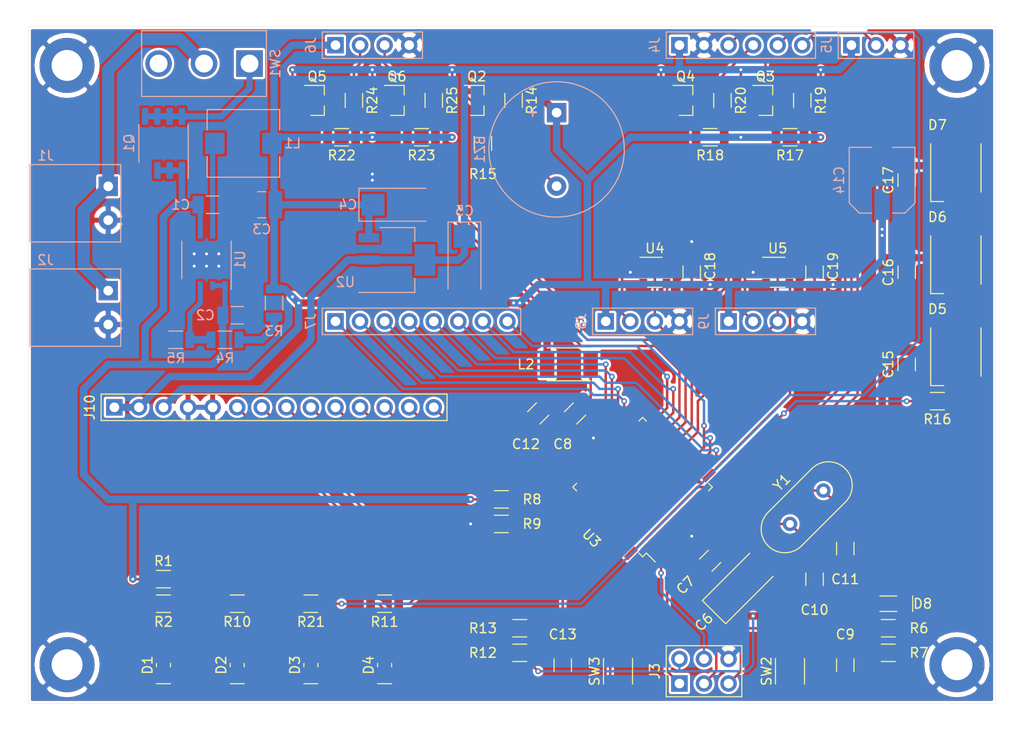
<source format=kicad_pcb>
(kicad_pcb (version 20171130) (host pcbnew "(5.1.10)-1")
  (title_block (title "Woobly Robot") (rev v1.0) (comment 4 "Author: Mateusz Szymiec"))
  (layers (0 F.Cu signal) (31 B.Cu signal) (34 B.Paste user) (35 F.Paste user) (36 B.SilkS user) (37 F.SilkS user) (38 B.Mask user) (39 F.Mask user) (44 Edge.Cuts user))
  (net 0 "")
  (net 1 "Net-(BZ1-Pad2)")
  (net 2 +5V)
  (net 3 GND)
  (net 4 +BATT)
  (net 5 +3V3)
  (net 6 "Net-(C8-Pad1)")
  (net 7 RESET)
  (net 8 "Net-(C10-Pad1)")
  (net 9 "Net-(C11-Pad1)")
  (net 10 "Net-(C12-Pad1)")
  (net 11 "/Microcontroller and UI/B2")
  (net 12 "Net-(D1-Pad2)")
  (net 13 "Net-(D2-Pad2)")
  (net 14 "Net-(D3-Pad2)")
  (net 15 "Net-(D4-Pad2)")
  (net 16 "Net-(D5-Pad4)")
  (net 17 "Net-(D5-Pad2)")
  (net 18 "Net-(D6-Pad2)")
  (net 19 "Net-(D7-Pad2)")
  (net 20 "Net-(J1-Pad1)")
  (net 21 MOSI)
  (net 22 SCK)
  (net 23 MISO)
  (net 24 "Net-(J4-Pad6)")
  (net 25 "Net-(J4-Pad5)")
  (net 26 "Net-(J4-Pad4)")
  (net 27 "Net-(J4-Pad3)")
  (net 28 "Net-(J6-Pad3)")
  (net 29 "Net-(J6-Pad2)")
  (net 30 C3)
  (net 31 C2)
  (net 32 D5)
  (net 33 C7)
  (net 34 C6)
  (net 35 D4)
  (net 36 C5)
  (net 37 C4)
  (net 38 E3)
  (net 39 "Net-(J8-Pad2)")
  (net 40 E2)
  (net 41 "Net-(J9-Pad2)")
  (net 42 A7)
  (net 43 A6)
  (net 44 A5)
  (net 45 A4)
  (net 46 A3)
  (net 47 A2)
  (net 48 A1)
  (net 49 E5)
  (net 50 E6)
  (net 51 "Net-(L1-Pad1)")
  (net 52 "Net-(Q1-Pad5)")
  (net 53 "Net-(Q2-Pad1)")
  (net 54 RXD)
  (net 55 TXD)
  (net 56 SDA)
  (net 57 SCL)
  (net 58 "Net-(R1-Pad2)")
  (net 59 "Net-(R3-Pad2)")
  (net 60 "Net-(R4-Pad2)")
  (net 61 "Net-(R6-Pad1)")
  (net 62 "/Microcontroller and UI/A0")
  (net 63 "/Microcontroller and UI/B0")
  (net 64 "/Microcontroller and UI/B1")
  (net 65 "Net-(R12-Pad2)")
  (net 66 "/Microcontroller and UI/D6")
  (net 67 "/Microcontroller and UI/B4")
  (net 68 "Net-(U3-Pad43)")
  (net 69 D3)
  (net 70 "Net-(U3-Pad16)")
  (net 71 D2)
  (net 72 "Net-(SW1-Pad3)")
  (module Library:PinHeader_1x14_P2.54mm (layer F.Cu) (at 34.29 64.77 90)
    (fp_text reference J10 (at 0 -2.55 90) (layer F.SilkS))
    (fp_text value Conn_01x14)
    (pad 14 thru_hole oval (at 0 33.02 90) (size 1.7 1.7) (drill 1) (layers *.Cu *.Mask) (net 42 A7))
    (pad 13 thru_hole oval (at 0 30.48 90) (size 1.7 1.7) (drill 1) (layers *.Cu *.Mask) (net 43 A6))
    (pad 12 thru_hole oval (at 0 27.94 90) (size 1.7 1.7) (drill 1) (layers *.Cu *.Mask) (net 44 A5))
    (pad 11 thru_hole oval (at 0 25.4 90) (size 1.7 1.7) (drill 1) (layers *.Cu *.Mask) (net 45 A4))
    (pad 10 thru_hole oval (at 0 22.86 90) (size 1.7 1.7) (drill 1) (layers *.Cu *.Mask) (net 46 A3))
    (pad 9 thru_hole oval (at 0 20.32 90) (size 1.7 1.7) (drill 1) (layers *.Cu *.Mask) (net 47 A2))
    (pad 8 thru_hole oval (at 0 17.78 90) (size 1.7 1.7) (drill 1) (layers *.Cu *.Mask) (net 48 A1))
    (pad 7 thru_hole oval (at 0 15.24 90) (size 1.7 1.7) (drill 1) (layers *.Cu *.Mask) (net 49 E5))
    (pad 6 thru_hole oval (at 0 12.7 90) (size 1.7 1.7) (drill 1) (layers *.Cu *.Mask) (net 50 E6))
    (pad 5 thru_hole oval (at 0 10.16 90) (size 1.7 1.7) (drill 1) (layers *.Cu *.Mask) (net 3 GND))
    (pad 4 thru_hole oval (at 0 7.62 90) (size 1.7 1.7) (drill 1) (layers *.Cu *.Mask) (net 3 GND))
    (pad 3 thru_hole oval (at 0 5.08 90) (size 1.7 1.7) (drill 1) (layers *.Cu *.Mask) (net 5 +3V3))
    (pad 2 thru_hole oval (at 0 2.54 90) (size 1.7 1.7) (drill 1) (layers *.Cu *.Mask) (net 2 +5V))
    (pad 1 thru_hole rect (at 0 0 90) (size 1.7 1.7) (drill 1) (layers *.Cu *.Mask) (net 2 +5V))
  )
  (module Library:SOT-223-4 (layer B.Cu) (at 63.5 49.53)
    (fp_text reference U2 (at -5.334 2.286) (layer B.SilkS) (effects (justify mirror)))
    (fp_text value LM1117)
    (pad 4 smd rect (at 2.9 0 90) (size 3.25 2.15) (layers B.Cu B.Paste B.Mask) (net 5 +3V3))
    (pad 3 smd rect (at -2.9 -2.3 90) (size 0.95 2.15) (layers B.Cu B.Paste B.Mask) (net 2 +5V))
    (pad 2 smd rect (at -2.9 0 90) (size 0.95 2.15) (layers B.Cu B.Paste B.Mask) (net 5 +3V3))
    (pad 1 smd rect (at -2.9 2.3 90) (size 0.95 2.15) (layers B.Cu B.Paste B.Mask) (net 3 GND))
  )
  (module MountingHole:MountingHole_3.2mm_M3_ISO7380_Pad (layer F.Cu) (at 29.4 91.4)
    (fp_text reference H4 hide)
    (fp_text value MountingHole_Pad)
    (pad 1 thru_hole circle (at 0 0) (size 5.7 5.7) (drill 3.2) (layers *.Cu *.Mask) (net 3 GND))
  )
  (module MountingHole:MountingHole_3.2mm_M3_ISO7380_Pad (layer F.Cu) (at 121.4 91.4)
    (fp_text reference H3 hide)
    (fp_text value MountingHole_Pad)
    (pad 1 thru_hole circle (at 0 0) (size 5.7 5.7) (drill 3.2) (layers *.Cu *.Mask) (net 3 GND))
  )
  (module MountingHole:MountingHole_3.2mm_M3_ISO7380_Pad (layer F.Cu) (at 121.4 29.4)
    (fp_text reference H2 hide)
    (fp_text value MountingHole_Pad)
    (pad 1 thru_hole circle (at 0 0) (size 5.7 5.7) (drill 3.2) (layers *.Cu *.Mask) (net 3 GND))
  )
  (module MountingHole:MountingHole_3.2mm_M3_ISO7380_Pad (layer F.Cu) (at 29.4 29.4)
    (fp_text reference H1 hide)
    (fp_text value MountingHole_Pad)
    (pad 1 thru_hole circle (at 0 0) (size 5.7 5.7) (drill 3.2) (layers *.Cu *.Mask) (net 3 GND))
  )
  (module Library:SO-8 (layer B.Cu) (at 39.37 37.465 90)
    (fp_text reference Q1 (at 0 -3.556 90) (layer B.SilkS) (effects (justify mirror)))
    (fp_text value FDS4141)
    (pad 8 smd rect (at 2.8 1.905 90) (size 1.75 0.65) (layers B.Cu B.Paste B.Mask) (net 52 "Net-(Q1-Pad5)"))
    (pad 7 smd rect (at 2.8 0.635 90) (size 1.75 0.65) (layers B.Cu B.Paste B.Mask) (net 52 "Net-(Q1-Pad5)"))
    (pad 6 smd rect (at 2.8 -0.635 90) (size 1.75 0.65) (layers B.Cu B.Paste B.Mask) (net 52 "Net-(Q1-Pad5)"))
    (pad 5 smd rect (at 2.8 -1.905 90) (size 1.75 0.65) (layers B.Cu B.Paste B.Mask) (net 52 "Net-(Q1-Pad5)"))
    (pad 4 smd rect (at -2.8 -1.905 90) (size 1.75 0.65) (layers B.Cu B.Paste B.Mask) (net 3 GND))
    (pad 3 smd rect (at -2.8 -0.635 90) (size 1.75 0.65) (layers B.Cu B.Paste B.Mask) (net 4 +BATT))
    (pad 2 smd rect (at -2.8 0.635 90) (size 1.75 0.65) (layers B.Cu B.Paste B.Mask) (net 4 +BATT))
    (pad 1 smd rect (at -2.8 1.905 90) (size 1.75 0.65) (layers B.Cu B.Paste B.Mask) (net 4 +BATT))
  )
  (module Library:Buzzer_13.8x6.8RM7.6 (layer B.Cu) (at 80.01 34.29 270)
    (fp_text reference BZ1 (at 3.8 7.925 90) (layer B.SilkS) (effects (justify mirror)))
    (fp_text value Buzzer)
    (fp_text user + (at 0 2.54 90) (layer B.SilkS) (effects (justify mirror)))
    (pad 2 thru_hole circle (at 7.6 0 270) (size 2 2) (drill 1) (layers *.Cu *.Mask) (net 1 "Net-(BZ1-Pad2)"))
    (pad 1 thru_hole rect (at 0 0 270) (size 2 2) (drill 1) (layers *.Cu *.Mask) (net 2 +5V))
  )
  (module Library:Crystal_HC49US (layer F.Cu) (at 104.14 76.835 45)
    (fp_text reference Y1 (at 2.44 -3.63 45) (layer F.SilkS))
    (fp_text value Crystal)
    (pad 2 thru_hole circle (at 4.88 0 45) (size 1.5 1.5) (drill 0.8) (layers *.Cu *.Mask) (net 9 "Net-(C11-Pad1)"))
    (pad 1 thru_hole circle (at 0 0 45) (size 1.5 1.5) (drill 0.8) (layers *.Cu *.Mask) (net 8 "Net-(C10-Pad1)"))
  )
  (module Library:SOT-457 (layer F.Cu) (at 102.87 50.8)
    (fp_text reference U5 (at 0 -2.475) (layer F.SilkS))
    (fp_text value 74LVC1G58)
    (pad 4 smd rect (at 1.2 0.95) (size 0.8 0.55) (layers F.Cu F.Paste F.Mask) (net 69 D3))
    (pad 5 smd rect (at 1.2 0) (size 0.8 0.55) (layers F.Cu F.Paste F.Mask) (net 2 +5V))
    (pad 6 smd rect (at 1.2 -0.95) (size 0.8 0.55) (layers F.Cu F.Paste F.Mask) (net 40 E2))
    (pad 3 smd rect (at -1.2 0.95) (size 0.8 0.55) (layers F.Cu F.Paste F.Mask) (net 41 "Net-(J9-Pad2)"))
    (pad 2 smd rect (at -1.2 0) (size 0.8 0.55) (layers F.Cu F.Paste F.Mask) (net 3 GND))
    (pad 1 smd rect (at -1.2 -0.95) (size 0.8 0.55) (layers F.Cu F.Paste F.Mask) (net 41 "Net-(J9-Pad2)"))
  )
  (module Library:SOT-457 (layer F.Cu) (at 90.17 50.8)
    (fp_text reference U4 (at 0 -2.475) (layer F.SilkS))
    (fp_text value 74LVC1G58)
    (pad 4 smd rect (at 1.2 0.95) (size 0.8 0.55) (layers F.Cu F.Paste F.Mask) (net 71 D2))
    (pad 5 smd rect (at 1.2 0) (size 0.8 0.55) (layers F.Cu F.Paste F.Mask) (net 2 +5V))
    (pad 6 smd rect (at 1.2 -0.95) (size 0.8 0.55) (layers F.Cu F.Paste F.Mask) (net 38 E3))
    (pad 3 smd rect (at -1.2 0.95) (size 0.8 0.55) (layers F.Cu F.Paste F.Mask) (net 39 "Net-(J8-Pad2)"))
    (pad 2 smd rect (at -1.2 0) (size 0.8 0.55) (layers F.Cu F.Paste F.Mask) (net 3 GND))
    (pad 1 smd rect (at -1.2 -0.95) (size 0.8 0.55) (layers F.Cu F.Paste F.Mask) (net 39 "Net-(J8-Pad2)"))
  )
  (module Library:TQFP-44 (layer F.Cu) (at 88.9 73.025 135)
    (fp_text reference U3 (at 0 -7.475 135) (layer F.SilkS))
    (fp_text value ATmega324PB-AU)
    (pad 40 smd rect (at -0.8 -5.7 45) (size 1.5 0.55) (layers F.Cu F.Paste F.Mask) (net 63 "/Microcontroller and UI/B0"))
    (pad 42 smd rect (at -2.4 -5.7 45) (size 1.5 0.55) (layers F.Cu F.Paste F.Mask) (net 11 "/Microcontroller and UI/B2"))
    (pad 43 smd rect (at -3.2 -5.7 45) (size 1.5 0.55) (layers F.Cu F.Paste F.Mask) (net 68 "Net-(U3-Pad43)"))
    (pad 37 smd rect (at 1.6 -5.7 45) (size 1.5 0.55) (layers F.Cu F.Paste F.Mask) (net 62 "/Microcontroller and UI/A0"))
    (pad 35 smd rect (at 3.2 -5.7 45) (size 1.5 0.55) (layers F.Cu F.Paste F.Mask) (net 47 A2))
    (pad 39 smd rect (at 0 -5.7 45) (size 1.5 0.55) (layers F.Cu F.Paste F.Mask) (net 50 E6))
    (pad 41 smd rect (at -1.6 -5.7 45) (size 1.5 0.55) (layers F.Cu F.Paste F.Mask) (net 64 "/Microcontroller and UI/B1"))
    (pad 38 smd rect (at 0.8 -5.7 45) (size 1.5 0.55) (layers F.Cu F.Paste F.Mask) (net 49 E5))
    (pad 34 smd rect (at 4 -5.7 45) (size 1.5 0.55) (layers F.Cu F.Paste F.Mask) (net 46 A3))
    (pad 44 smd rect (at -4 -5.7 45) (size 1.5 0.55) (layers F.Cu F.Paste F.Mask) (net 67 "/Microcontroller and UI/B4"))
    (pad 36 smd rect (at 2.4 -5.7 45) (size 1.5 0.55) (layers F.Cu F.Paste F.Mask) (net 48 A1))
    (pad 12 smd rect (at -4 5.7 45) (size 1.5 0.55) (layers F.Cu F.Paste F.Mask) (net 69 D3))
    (pad 15 smd rect (at -1.6 5.7 45) (size 1.5 0.55) (layers F.Cu F.Paste F.Mask) (net 66 "/Microcontroller and UI/D6"))
    (pad 21 smd rect (at 3.2 5.7 45) (size 1.5 0.55) (layers F.Cu F.Paste F.Mask) (net 31 C2))
    (pad 19 smd rect (at 1.6 5.7 45) (size 1.5 0.55) (layers F.Cu F.Paste F.Mask) (net 57 SCL))
    (pad 17 smd rect (at 0 5.7 45) (size 1.5 0.55) (layers F.Cu F.Paste F.Mask) (net 40 E2))
    (pad 13 smd rect (at -3.2 5.7 45) (size 1.5 0.55) (layers F.Cu F.Paste F.Mask) (net 35 D4))
    (pad 22 smd rect (at 4 5.7 45) (size 1.5 0.55) (layers F.Cu F.Paste F.Mask) (net 30 C3))
    (pad 20 smd rect (at 2.4 5.7 45) (size 1.5 0.55) (layers F.Cu F.Paste F.Mask) (net 56 SDA))
    (pad 16 smd rect (at -0.8 5.7 45) (size 1.5 0.55) (layers F.Cu F.Paste F.Mask) (net 70 "Net-(U3-Pad16)"))
    (pad 18 smd rect (at 0.8 5.7 45) (size 1.5 0.55) (layers F.Cu F.Paste F.Mask) (net 38 E3))
    (pad 14 smd rect (at -2.4 5.7 45) (size 1.5 0.55) (layers F.Cu F.Paste F.Mask) (net 32 D5))
    (pad 23 smd rect (at 5.7 4 135) (size 1.5 0.55) (layers F.Cu F.Paste F.Mask) (net 37 C4))
    (pad 26 smd rect (at 5.7 1.6 135) (size 1.5 0.55) (layers F.Cu F.Paste F.Mask) (net 33 C7))
    (pad 32 smd rect (at 5.7 -3.2 135) (size 1.5 0.55) (layers F.Cu F.Paste F.Mask) (net 44 A5))
    (pad 30 smd rect (at 5.7 -1.6 135) (size 1.5 0.55) (layers F.Cu F.Paste F.Mask) (net 42 A7))
    (pad 28 smd rect (at 5.7 0 135) (size 1.5 0.55) (layers F.Cu F.Paste F.Mask) (net 3 GND))
    (pad 24 smd rect (at 5.7 3.2 135) (size 1.5 0.55) (layers F.Cu F.Paste F.Mask) (net 36 C5))
    (pad 33 smd rect (at 5.7 -4 135) (size 1.5 0.55) (layers F.Cu F.Paste F.Mask) (net 45 A4))
    (pad 31 smd rect (at 5.7 -2.4 135) (size 1.5 0.55) (layers F.Cu F.Paste F.Mask) (net 43 A6))
    (pad 27 smd rect (at 5.7 0.8 135) (size 1.5 0.55) (layers F.Cu F.Paste F.Mask) (net 6 "Net-(C8-Pad1)"))
    (pad 29 smd rect (at 5.7 -0.8 135) (size 1.5 0.55) (layers F.Cu F.Paste F.Mask) (net 10 "Net-(C12-Pad1)"))
    (pad 25 smd rect (at 5.7 2.4 135) (size 1.5 0.55) (layers F.Cu F.Paste F.Mask) (net 34 C6))
    (pad 11 smd rect (at -5.7 4 135) (size 1.5 0.55) (layers F.Cu F.Paste F.Mask) (net 71 D2))
    (pad 10 smd rect (at -5.7 3.2 135) (size 1.5 0.55) (layers F.Cu F.Paste F.Mask) (net 55 TXD))
    (pad 9 smd rect (at -5.7 2.4 135) (size 1.5 0.55) (layers F.Cu F.Paste F.Mask) (net 54 RXD))
    (pad 8 smd rect (at -5.7 1.6 135) (size 1.5 0.55) (layers F.Cu F.Paste F.Mask) (net 9 "Net-(C11-Pad1)"))
    (pad 7 smd rect (at -5.7 0.8 135) (size 1.5 0.55) (layers F.Cu F.Paste F.Mask) (net 8 "Net-(C10-Pad1)"))
    (pad 6 smd rect (at -5.7 0 135) (size 1.5 0.55) (layers F.Cu F.Paste F.Mask) (net 3 GND))
    (pad 5 smd rect (at -5.7 -0.8 135) (size 1.5 0.55) (layers F.Cu F.Paste F.Mask) (net 2 +5V))
    (pad 4 smd rect (at -5.7 -1.6 135) (size 1.5 0.55) (layers F.Cu F.Paste F.Mask) (net 7 RESET))
    (pad 3 smd rect (at -5.7 -2.4 135) (size 1.5 0.55) (layers F.Cu F.Paste F.Mask) (net 22 SCK))
    (pad 2 smd rect (at -5.7 -3.2 135) (size 1.5 0.55) (layers F.Cu F.Paste F.Mask) (net 23 MISO))
    (pad 1 smd rect (at -5.7 -4 135) (size 1.5 0.55) (layers F.Cu F.Paste F.Mask) (net 21 MOSI))
  )
  (module Library:Power_SO-8 (layer B.Cu) (at 43.815 49.53 90)
    (fp_text reference U1 (at 0 3.475 90) (layer B.SilkS) (effects (justify mirror)))
    (fp_text value ST1S10PHR)
    (pad 9 smd rect (at 0 0 90) (size 2.6 3.5) (layers B.Cu B.Paste B.Mask) (net 3 GND))
    (pad 8 smd rect (at 2.65 1.905 90) (size 0.9 0.51) (layers B.Cu B.Paste B.Mask) (net 3 GND))
    (pad 7 smd rect (at 2.65 0.635 90) (size 0.9 0.51) (layers B.Cu B.Paste B.Mask) (net 51 "Net-(L1-Pad1)"))
    (pad 6 smd rect (at 2.65 -0.635 90) (size 0.9 0.51) (layers B.Cu B.Paste B.Mask) (net 4 +BATT))
    (pad 5 smd rect (at 2.65 -1.905 90) (size 0.9 0.51) (layers B.Cu B.Paste B.Mask) (net 3 GND))
    (pad 4 smd rect (at -2.65 -1.905 90) (size 0.9 0.51) (layers B.Cu B.Paste B.Mask) (net 3 GND))
    (pad 3 smd rect (at -2.65 -0.635 90) (size 0.9 0.51) (layers B.Cu B.Paste B.Mask) (net 60 "Net-(R4-Pad2)"))
    (pad 2 smd rect (at -2.65 0.635 90) (size 0.9 0.51) (layers B.Cu B.Paste B.Mask) (net 4 +BATT))
    (pad 1 smd rect (at -2.65 1.905 90) (size 0.9 0.51) (layers B.Cu B.Paste B.Mask) (net 4 +BATT))
  )
  (module Library:SW_Push_CK_KMR2 (layer F.Cu) (at 86.36 92.075 90)
    (fp_text reference SW3 (at 0 -2.425 90) (layer F.SilkS))
    (fp_text value SW_Push)
    (pad 2 smd rect (at 2.05 0.8 90) (size 0.9 1) (layers F.Cu F.Paste F.Mask) (net 3 GND))
    (pad 1 smd rect (at 2.05 -0.8 90) (size 0.9 1) (layers F.Cu F.Paste F.Mask) (net 65 "Net-(R12-Pad2)"))
    (pad 2 smd rect (at -2.05 0.8 90) (size 0.9 1) (layers F.Cu F.Paste F.Mask) (net 3 GND))
    (pad 1 smd rect (at -2.05 -0.8 90) (size 0.9 1) (layers F.Cu F.Paste F.Mask) (net 65 "Net-(R12-Pad2)"))
  )
  (module Library:SW_Push_CK_KMR2 (layer F.Cu) (at 104.14 92.075 90)
    (fp_text reference SW2 (at 0 -2.425 90) (layer F.SilkS))
    (fp_text value SW_Push)
    (pad 2 smd rect (at 2.05 0.8 90) (size 0.9 1) (layers F.Cu F.Paste F.Mask) (net 61 "Net-(R6-Pad1)"))
    (pad 1 smd rect (at 2.05 -0.8 90) (size 0.9 1) (layers F.Cu F.Paste F.Mask) (net 7 RESET))
    (pad 2 smd rect (at -2.05 0.8 90) (size 0.9 1) (layers F.Cu F.Paste F.Mask) (net 61 "Net-(R6-Pad1)"))
    (pad 1 smd rect (at -2.05 -0.8 90) (size 0.9 1) (layers F.Cu F.Paste F.Mask) (net 7 RESET))
  )
  (module Library:SW_Slide_CE_SL19121 (layer B.Cu) (at 48.26 29.21 90)
    (fp_text reference SW1 (at 0 2.675 270) (layer B.SilkS) (effects (justify mirror)))
    (fp_text value SW_SPDT)
    (pad 3 thru_hole oval (at 0 -9.4 90) (size 2.75 2.75) (drill 1.85) (layers *.Cu *.Mask) (net 72 "Net-(SW1-Pad3)"))
    (pad 2 thru_hole oval (at 0 -4.7 90) (size 2.75 2.75) (drill 1.85) (layers *.Cu *.Mask) (net 20 "Net-(J1-Pad1)"))
    (pad 1 thru_hole rect (at 0 0 90) (size 2.75 2.75) (drill 1.85) (layers *.Cu *.Mask) (net 52 "Net-(Q1-Pad5)"))
  )
  (module Library:R_1206 (layer F.Cu) (at 67.31 33.02 90)
    (fp_text reference R25 (at 0 1.905 90) (layer F.SilkS))
    (fp_text value 10k)
    (pad 2 smd rect (at 1.45 0 90) (size 0.9 1.7) (layers F.Cu F.Paste F.Mask) (net 28 "Net-(J6-Pad3)"))
    (pad 1 smd rect (at -1.45 0 90) (size 0.9 1.7) (layers F.Cu F.Paste F.Mask) (net 5 +3V3))
  )
  (module Library:R_1206 (layer F.Cu) (at 59.055 33.02 90)
    (fp_text reference R24 (at 0 1.905 90) (layer F.SilkS))
    (fp_text value 10k)
    (pad 1 smd rect (at -1.45 0 90) (size 0.9 1.7) (layers F.Cu F.Paste F.Mask) (net 5 +3V3))
    (pad 2 smd rect (at 1.45 0 90) (size 0.9 1.7) (layers F.Cu F.Paste F.Mask) (net 29 "Net-(J6-Pad2)"))
  )
  (module Library:R_1206 (layer F.Cu) (at 66.04 36.83 180)
    (fp_text reference R23 (at 0 -1.875) (layer F.SilkS))
    (fp_text value 10k)
    (pad 2 smd rect (at 1.45 0 180) (size 0.9 1.7) (layers F.Cu F.Paste F.Mask) (net 57 SCL))
    (pad 1 smd rect (at -1.45 0 180) (size 0.9 1.7) (layers F.Cu F.Paste F.Mask) (net 2 +5V))
  )
  (module Library:R_1206 (layer F.Cu) (at 57.785 36.83 180)
    (fp_text reference R22 (at 0 -1.875) (layer F.SilkS))
    (fp_text value 10k)
    (pad 1 smd rect (at -1.45 0 180) (size 0.9 1.7) (layers F.Cu F.Paste F.Mask) (net 2 +5V))
    (pad 2 smd rect (at 1.45 0 180) (size 0.9 1.7) (layers F.Cu F.Paste F.Mask) (net 56 SDA))
  )
  (module Library:R_1206 (layer F.Cu) (at 54.61 85.09 180)
    (fp_text reference R21 (at 0 -1.875) (layer F.SilkS))
    (fp_text value 1k)
    (pad 2 smd rect (at 1.45 0 180) (size 0.9 1.7) (layers F.Cu F.Paste F.Mask) (net 14 "Net-(D3-Pad2)"))
    (pad 1 smd rect (at -1.45 0 180) (size 0.9 1.7) (layers F.Cu F.Paste F.Mask) (net 24 "Net-(J4-Pad6)"))
  )
  (module Library:R_1206 (layer F.Cu) (at 97.155 33.02 90)
    (fp_text reference R20 (at 0 1.905 90) (layer F.SilkS))
    (fp_text value 10k)
    (pad 1 smd rect (at -1.45 0 90) (size 0.9 1.7) (layers F.Cu F.Paste F.Mask) (net 5 +3V3))
    (pad 2 smd rect (at 1.45 0 90) (size 0.9 1.7) (layers F.Cu F.Paste F.Mask) (net 26 "Net-(J4-Pad4)"))
  )
  (module Library:R_1206 (layer F.Cu) (at 105.41 33.02 90)
    (fp_text reference R19 (at 0 1.905 90) (layer F.SilkS))
    (fp_text value 10k)
    (pad 1 smd rect (at -1.45 0 90) (size 0.9 1.7) (layers F.Cu F.Paste F.Mask) (net 5 +3V3))
    (pad 2 smd rect (at 1.45 0 90) (size 0.9 1.7) (layers F.Cu F.Paste F.Mask) (net 27 "Net-(J4-Pad3)"))
  )
  (module Library:R_1206 (layer F.Cu) (at 95.885 36.83 180)
    (fp_text reference R18 (at 0 -1.875) (layer F.SilkS))
    (fp_text value 10k)
    (pad 1 smd rect (at -1.45 0 180) (size 0.9 1.7) (layers F.Cu F.Paste F.Mask) (net 2 +5V))
    (pad 2 smd rect (at 1.45 0 180) (size 0.9 1.7) (layers F.Cu F.Paste F.Mask) (net 55 TXD))
  )
  (module Library:R_1206 (layer F.Cu) (at 104.14 36.83 180)
    (fp_text reference R17 (at 0 -1.875) (layer F.SilkS))
    (fp_text value 10k)
    (pad 1 smd rect (at -1.45 0 180) (size 0.9 1.7) (layers F.Cu F.Paste F.Mask) (net 2 +5V))
    (pad 2 smd rect (at 1.45 0 180) (size 0.9 1.7) (layers F.Cu F.Paste F.Mask) (net 54 RXD))
  )
  (module Library:R_1206 (layer F.Cu) (at 119.38 64.135 180)
    (fp_text reference R16 (at 0 -1.875) (layer F.SilkS))
    (fp_text value 330R)
    (pad 2 smd rect (at 1.45 0 180) (size 0.9 1.7) (layers F.Cu F.Paste F.Mask) (net 67 "/Microcontroller and UI/B4"))
    (pad 1 smd rect (at -1.45 0 180) (size 0.9 1.7) (layers F.Cu F.Paste F.Mask) (net 16 "Net-(D5-Pad4)"))
  )
  (module Library:R_1206 (layer F.Cu) (at 72.39 37.465 90)
    (fp_text reference R15 (at -3.175 0 180) (layer F.SilkS))
    (fp_text value 10k)
    (pad 2 smd rect (at 1.45 0 90) (size 0.9 1.7) (layers F.Cu F.Paste F.Mask) (net 53 "Net-(Q2-Pad1)"))
    (pad 1 smd rect (at -1.45 0 90) (size 0.9 1.7) (layers F.Cu F.Paste F.Mask) (net 66 "/Microcontroller and UI/D6"))
  )
  (module Library:R_1206 (layer F.Cu) (at 75.565 33.02 270)
    (fp_text reference R14 (at 0 -1.875 90) (layer F.SilkS))
    (fp_text value 10k)
    (pad 2 smd rect (at 1.45 0 270) (size 0.9 1.7) (layers F.Cu F.Paste F.Mask) (net 1 "Net-(BZ1-Pad2)"))
    (pad 1 smd rect (at -1.45 0 270) (size 0.9 1.7) (layers F.Cu F.Paste F.Mask) (net 2 +5V))
  )
  (module Library:R_1206 (layer F.Cu) (at 76.2 87.63 180)
    (fp_text reference R13 (at 3.81 0) (layer F.SilkS))
    (fp_text value 1k)
    (pad 2 smd rect (at 1.45 0 180) (size 0.9 1.7) (layers F.Cu F.Paste F.Mask) (net 65 "Net-(R12-Pad2)"))
    (pad 1 smd rect (at -1.45 0 180) (size 0.9 1.7) (layers F.Cu F.Paste F.Mask) (net 11 "/Microcontroller and UI/B2"))
  )
  (module Library:R_1206 (layer F.Cu) (at 76.2 90.17 180)
    (fp_text reference R12 (at 3.81 0) (layer F.SilkS))
    (fp_text value 10k)
    (pad 2 smd rect (at 1.45 0 180) (size 0.9 1.7) (layers F.Cu F.Paste F.Mask) (net 65 "Net-(R12-Pad2)"))
    (pad 1 smd rect (at -1.45 0 180) (size 0.9 1.7) (layers F.Cu F.Paste F.Mask) (net 2 +5V))
  )
  (module Library:R_1206 (layer F.Cu) (at 62.23 85.09 180)
    (fp_text reference R11 (at 0 -1.875) (layer F.SilkS))
    (fp_text value 1k)
    (pad 2 smd rect (at 1.45 0 180) (size 0.9 1.7) (layers F.Cu F.Paste F.Mask) (net 15 "Net-(D4-Pad2)"))
    (pad 1 smd rect (at -1.45 0 180) (size 0.9 1.7) (layers F.Cu F.Paste F.Mask) (net 64 "/Microcontroller and UI/B1"))
  )
  (module Library:R_1206 (layer F.Cu) (at 46.99 85.09 180)
    (fp_text reference R10 (at 0 -1.875) (layer F.SilkS))
    (fp_text value 1k)
    (pad 2 smd rect (at 1.45 0 180) (size 0.9 1.7) (layers F.Cu F.Paste F.Mask) (net 13 "Net-(D2-Pad2)"))
    (pad 1 smd rect (at -1.45 0 180) (size 0.9 1.7) (layers F.Cu F.Paste F.Mask) (net 63 "/Microcontroller and UI/B0"))
  )
  (module Library:R_1206 (layer F.Cu) (at 74.295 76.835 180)
    (fp_text reference R9 (at -3.175 0) (layer F.SilkS))
    (fp_text value 7k5)
    (pad 2 smd rect (at 1.45 0 180) (size 0.9 1.7) (layers F.Cu F.Paste F.Mask) (net 3 GND))
    (pad 1 smd rect (at -1.45 0 180) (size 0.9 1.7) (layers F.Cu F.Paste F.Mask) (net 62 "/Microcontroller and UI/A0"))
  )
  (module Library:R_1206 (layer F.Cu) (at 74.295 74.295)
    (fp_text reference R8 (at 3.175 0) (layer F.SilkS))
    (fp_text value 4k7)
    (pad 2 smd rect (at 1.45 0) (size 0.9 1.7) (layers F.Cu F.Paste F.Mask) (net 62 "/Microcontroller and UI/A0"))
    (pad 1 smd rect (at -1.45 0) (size 0.9 1.7) (layers F.Cu F.Paste F.Mask) (net 4 +BATT))
  )
  (module Library:R_1206 (layer F.Cu) (at 114.3 87.63 180)
    (fp_text reference R7 (at -3.175 -2.54) (layer F.SilkS))
    (fp_text value 4k7)
    (pad 2 smd rect (at 1.45 0 180) (size 0.9 1.7) (layers F.Cu F.Paste F.Mask) (net 7 RESET))
    (pad 1 smd rect (at -1.45 0 180) (size 0.9 1.7) (layers F.Cu F.Paste F.Mask) (net 2 +5V))
  )
  (module Library:R_1206 (layer F.Cu) (at 114.3 90.17)
    (fp_text reference R6 (at 3.175 -2.54) (layer F.SilkS))
    (fp_text value 330R)
    (pad 2 smd rect (at 1.45 0) (size 0.9 1.7) (layers F.Cu F.Paste F.Mask) (net 3 GND))
    (pad 1 smd rect (at -1.45 0) (size 0.9 1.7) (layers F.Cu F.Paste F.Mask) (net 61 "Net-(R6-Pad1)"))
  )
  (module Library:R_1206 (layer B.Cu) (at 40.64 57.785 180)
    (fp_text reference R5 (at 0 -1.905) (layer B.SilkS) (effects (justify mirror)))
    (fp_text value 20k)
    (pad 2 smd rect (at 1.45 0 180) (size 0.9 1.7) (layers B.Cu B.Paste B.Mask) (net 3 GND))
    (pad 1 smd rect (at -1.45 0 180) (size 0.9 1.7) (layers B.Cu B.Paste B.Mask) (net 60 "Net-(R4-Pad2)"))
  )
  (module Library:R_1206 (layer B.Cu) (at 45.72 57.785 180)
    (fp_text reference R4 (at 0 -1.905) (layer B.SilkS) (effects (justify mirror)))
    (fp_text value 5k1)
    (pad 2 smd rect (at 1.45 0 180) (size 0.9 1.7) (layers B.Cu B.Paste B.Mask) (net 60 "Net-(R4-Pad2)"))
    (pad 1 smd rect (at -1.45 0 180) (size 0.9 1.7) (layers B.Cu B.Paste B.Mask) (net 59 "Net-(R3-Pad2)"))
  )
  (module Library:R_1206 (layer B.Cu) (at 50.8 53.975 270)
    (fp_text reference R3 (at 2.921 0 180) (layer B.SilkS) (effects (justify mirror)))
    (fp_text value 100k)
    (pad 1 smd rect (at -1.45 0 270) (size 0.9 1.7) (layers B.Cu B.Paste B.Mask) (net 2 +5V))
    (pad 2 smd rect (at 1.45 0 270) (size 0.9 1.7) (layers B.Cu B.Paste B.Mask) (net 59 "Net-(R3-Pad2)"))
  )
  (module Library:R_1206 (layer F.Cu) (at 39.37 85.09 180)
    (fp_text reference R2 (at 0 -1.875) (layer F.SilkS))
    (fp_text value 1k)
    (pad 2 smd rect (at 1.45 0 180) (size 0.9 1.7) (layers F.Cu F.Paste F.Mask) (net 12 "Net-(D1-Pad2)"))
    (pad 1 smd rect (at -1.45 0 180) (size 0.9 1.7) (layers F.Cu F.Paste F.Mask) (net 58 "Net-(R1-Pad2)"))
  )
  (module Library:R_1206 (layer F.Cu) (at 39.37 82.55)
    (fp_text reference R1 (at 0 -1.875) (layer F.SilkS))
    (fp_text value 1k)
    (pad 2 smd rect (at 1.45 0) (size 0.9 1.7) (layers F.Cu F.Paste F.Mask) (net 58 "Net-(R1-Pad2)"))
    (pad 1 smd rect (at -1.45 0) (size 0.9 1.7) (layers F.Cu F.Paste F.Mask) (net 4 +BATT))
  )
  (module Library:SOT-23 (layer F.Cu) (at 63.5 33.02)
    (fp_text reference Q6 (at 0 -2.475) (layer F.SilkS))
    (fp_text value BSS138)
    (pad 3 smd rect (at 1 0) (size 0.7 0.6) (layers F.Cu F.Paste F.Mask) (net 57 SCL))
    (pad 2 smd rect (at -1 0.95) (size 0.7 0.6) (layers F.Cu F.Paste F.Mask) (net 28 "Net-(J6-Pad3)"))
    (pad 1 smd rect (at -1 -0.95) (size 0.7 0.6) (layers F.Cu F.Paste F.Mask) (net 5 +3V3))
  )
  (module Library:SOT-23 (layer F.Cu) (at 55.245 33.02)
    (fp_text reference Q5 (at 0 -2.475) (layer F.SilkS))
    (fp_text value BSS138)
    (pad 1 smd rect (at -1 -0.95) (size 0.7 0.6) (layers F.Cu F.Paste F.Mask) (net 5 +3V3))
    (pad 2 smd rect (at -1 0.95) (size 0.7 0.6) (layers F.Cu F.Paste F.Mask) (net 29 "Net-(J6-Pad2)"))
    (pad 3 smd rect (at 1 0) (size 0.7 0.6) (layers F.Cu F.Paste F.Mask) (net 56 SDA))
  )
  (module Library:SOT-23 (layer F.Cu) (at 93.345 33.02)
    (fp_text reference Q4 (at 0 -2.475) (layer F.SilkS))
    (fp_text value BSS138)
    (pad 1 smd rect (at -1 -0.95) (size 0.7 0.6) (layers F.Cu F.Paste F.Mask) (net 5 +3V3))
    (pad 2 smd rect (at -1 0.95) (size 0.7 0.6) (layers F.Cu F.Paste F.Mask) (net 26 "Net-(J4-Pad4)"))
    (pad 3 smd rect (at 1 0) (size 0.7 0.6) (layers F.Cu F.Paste F.Mask) (net 55 TXD))
  )
  (module Library:SOT-23 (layer F.Cu) (at 101.6 33.02)
    (fp_text reference Q3 (at 0 -2.475) (layer F.SilkS))
    (fp_text value BSS138)
    (pad 1 smd rect (at -1 -0.95) (size 0.7 0.6) (layers F.Cu F.Paste F.Mask) (net 5 +3V3))
    (pad 2 smd rect (at -1 0.95) (size 0.7 0.6) (layers F.Cu F.Paste F.Mask) (net 27 "Net-(J4-Pad3)"))
    (pad 3 smd rect (at 1 0) (size 0.7 0.6) (layers F.Cu F.Paste F.Mask) (net 54 RXD))
  )
  (module Library:SOT-23 (layer F.Cu) (at 71.755 33.02)
    (fp_text reference Q2 (at 0 -2.475) (layer F.SilkS))
    (fp_text value BSS138)
    (pad 3 smd rect (at 1 0) (size 0.7 0.6) (layers F.Cu F.Paste F.Mask) (net 1 "Net-(BZ1-Pad2)"))
    (pad 2 smd rect (at -1 0.95) (size 0.7 0.6) (layers F.Cu F.Paste F.Mask) (net 3 GND))
    (pad 1 smd rect (at -1 -0.95) (size 0.7 0.6) (layers F.Cu F.Paste F.Mask) (net 53 "Net-(Q2-Pad1)"))
  )
  (module Library:L_TDK_NLC453232 (layer F.Cu) (at 81.28 60.325)
    (fp_text reference L2 (at -4.445 0) (layer F.SilkS))
    (fp_text value 10u)
    (pad 2 smd rect (at 2.25 0) (size 1.5 2.8) (layers F.Cu F.Paste F.Mask) (net 6 "Net-(C8-Pad1)"))
    (pad 1 smd rect (at -2.25 0) (size 1.5 2.8) (layers F.Cu F.Paste F.Mask) (net 2 +5V))
  )
  (module Library:L_TDK_RLF7030 (layer B.Cu) (at 47.625 37.465)
    (fp_text reference L1 (at 5.08 0) (layer B.SilkS) (effects (justify mirror)))
    (fp_text value 3u3)
    (pad 2 smd rect (at 2.95 0) (size 2 2.2) (layers B.Cu B.Paste B.Mask) (net 2 +5V))
    (pad 1 smd rect (at -2.95 0) (size 2 2.2) (layers B.Cu B.Paste B.Mask) (net 51 "Net-(L1-Pad1)"))
  )
  (module Library:PinHeader_1x04_P2.54mm (layer B.Cu) (at 97.79 55.88 270)
    (fp_text reference J9 (at 0 2.5527 270) (layer B.SilkS) (effects (justify mirror)))
    (fp_text value Conn_01x04)
    (pad 4 thru_hole circle (at 0 -7.62 270) (size 1.7 1.7) (drill 1) (layers *.Cu *.Mask) (net 3 GND))
    (pad 3 thru_hole circle (at 0 -5.08 270) (size 1.7 1.7) (drill 1) (layers *.Cu *.Mask) (net 40 E2))
    (pad 2 thru_hole circle (at 0 -2.54 270) (size 1.7 1.7) (drill 1) (layers *.Cu *.Mask) (net 41 "Net-(J9-Pad2)"))
    (pad 1 thru_hole rect (at 0 0 270) (size 1.7 1.7) (drill 1) (layers *.Cu *.Mask) (net 2 +5V))
  )
  (module Library:PinHeader_1x04_P2.54mm (layer B.Cu) (at 85.09 55.88 270)
    (fp_text reference J8 (at 0 2.5527 270) (layer B.SilkS) (effects (justify mirror)))
    (fp_text value Conn_01x04)
    (pad 4 thru_hole circle (at 0 -7.62 270) (size 1.7 1.7) (drill 1) (layers *.Cu *.Mask) (net 3 GND))
    (pad 3 thru_hole circle (at 0 -5.08 270) (size 1.7 1.7) (drill 1) (layers *.Cu *.Mask) (net 38 E3))
    (pad 2 thru_hole circle (at 0 -2.54 270) (size 1.7 1.7) (drill 1) (layers *.Cu *.Mask) (net 39 "Net-(J8-Pad2)"))
    (pad 1 thru_hole rect (at 0 0 270) (size 1.7 1.7) (drill 1) (layers *.Cu *.Mask) (net 2 +5V))
  )
  (module Library:PinHeader_1x08_P2.54mm (layer B.Cu) (at 57.15 55.88 270)
    (fp_text reference J7 (at 0 2.5527 270) (layer B.SilkS) (effects (justify mirror)))
    (fp_text value Conn_01x08)
    (pad 8 thru_hole circle (at 0 -17.78 270) (size 1.7 1.7) (drill 1) (layers *.Cu *.Mask) (net 30 C3))
    (pad 7 thru_hole circle (at 0 -15.24 270) (size 1.7 1.7) (drill 1) (layers *.Cu *.Mask) (net 31 C2))
    (pad 6 thru_hole circle (at 0 -12.7 270) (size 1.7 1.7) (drill 1) (layers *.Cu *.Mask) (net 32 D5))
    (pad 5 thru_hole circle (at 0 -10.16 270) (size 1.7 1.7) (drill 1) (layers *.Cu *.Mask) (net 33 C7))
    (pad 4 thru_hole circle (at 0 -7.62 270) (size 1.7 1.7) (drill 1) (layers *.Cu *.Mask) (net 34 C6))
    (pad 3 thru_hole circle (at 0 -5.08 270) (size 1.7 1.7) (drill 1) (layers *.Cu *.Mask) (net 35 D4))
    (pad 2 thru_hole circle (at 0 -2.54 270) (size 1.7 1.7) (drill 1) (layers *.Cu *.Mask) (net 36 C5))
    (pad 1 thru_hole rect (at 0 0 270) (size 1.7 1.7) (drill 1) (layers *.Cu *.Mask) (net 37 C4))
  )
  (module Library:PinHeader_1x04_P2.54mm (layer B.Cu) (at 57.15 27.305 270)
    (fp_text reference J6 (at 0 2.5527 270) (layer B.SilkS) (effects (justify mirror)))
    (fp_text value Conn_01x04)
    (pad 4 thru_hole circle (at 0 -7.62 270) (size 1.7 1.7) (drill 1) (layers *.Cu *.Mask) (net 3 GND))
    (pad 3 thru_hole circle (at 0 -5.08 270) (size 1.7 1.7) (drill 1) (layers *.Cu *.Mask) (net 28 "Net-(J6-Pad3)"))
    (pad 2 thru_hole circle (at 0 -2.54 270) (size 1.7 1.7) (drill 1) (layers *.Cu *.Mask) (net 29 "Net-(J6-Pad2)"))
    (pad 1 thru_hole rect (at 0 0 270) (size 1.7 1.7) (drill 1) (layers *.Cu *.Mask) (net 2 +5V))
  )
  (module Library:PinHeader_1x03_P2.54mm (layer B.Cu) (at 110.49 27.305 270)
    (fp_text reference J5 (at 0 2.5527 270) (layer B.SilkS) (effects (justify mirror)))
    (fp_text value Conn_01x03)
    (pad 3 thru_hole circle (at 0 -5.08 270) (size 1.7 1.7) (drill 1) (layers *.Cu *.Mask) (net 3 GND))
    (pad 2 thru_hole circle (at 0 -2.54 270) (size 1.7 1.7) (drill 1) (layers *.Cu *.Mask) (net 25 "Net-(J4-Pad5)"))
    (pad 1 thru_hole rect (at 0 0 270) (size 1.7 1.7) (drill 1) (layers *.Cu *.Mask) (net 5 +3V3))
  )
  (module Library:PinHeader_1x06_P2.54mm (layer B.Cu) (at 92.71 27.305 270)
    (fp_text reference J4 (at 0 2.5527 270) (layer B.SilkS) (effects (justify mirror)))
    (fp_text value Conn_01x06)
    (pad 6 thru_hole circle (at 0 -12.7 270) (size 1.7 1.7) (drill 1) (layers *.Cu *.Mask) (net 24 "Net-(J4-Pad6)"))
    (pad 5 thru_hole circle (at 0 -10.16 270) (size 1.7 1.7) (drill 1) (layers *.Cu *.Mask) (net 25 "Net-(J4-Pad5)"))
    (pad 4 thru_hole circle (at 0 -7.62 270) (size 1.7 1.7) (drill 1) (layers *.Cu *.Mask) (net 26 "Net-(J4-Pad4)"))
    (pad 3 thru_hole circle (at 0 -5.08 270) (size 1.7 1.7) (drill 1) (layers *.Cu *.Mask) (net 27 "Net-(J4-Pad3)"))
    (pad 2 thru_hole circle (at 0 -2.54 270) (size 1.7 1.7) (drill 1) (layers *.Cu *.Mask) (net 3 GND))
    (pad 1 thru_hole rect (at 0 0 270) (size 1.7 1.7) (drill 1) (layers *.Cu *.Mask) (net 5 +3V3))
  )
  (module Library:PinHeader_2x03_P2.54mm (layer F.Cu) (at 92.71 93.345 90)
    (fp_text reference J3 (at 1.27 -2.55 90) (layer F.SilkS))
    (fp_text value Conn_02x03_Odd_Even)
    (pad 6 thru_hole circle (at 2.54 5.08 90) (size 1.7 1.7) (drill 1) (layers *.Cu *.Mask) (net 3 GND))
    (pad 5 thru_hole circle (at 0 5.08 90) (size 1.7 1.7) (drill 1) (layers *.Cu *.Mask) (net 7 RESET))
    (pad 4 thru_hole circle (at 2.54 2.54 90) (size 1.7 1.7) (drill 1) (layers *.Cu *.Mask) (net 21 MOSI))
    (pad 3 thru_hole circle (at 0 2.54 90) (size 1.7 1.7) (drill 1) (layers *.Cu *.Mask) (net 22 SCK))
    (pad 2 thru_hole circle (at 2.54 0 90) (size 1.7 1.7) (drill 1) (layers *.Cu *.Mask) (net 2 +5V))
    (pad 1 thru_hole rect (at 0 0 90) (size 1.7 1.7) (drill 1) (layers *.Cu *.Mask) (net 23 MISO))
  )
  (module Library:Degson_15EDGRC-3.5 (layer B.Cu) (at 33.655 52.705 270)
    (fp_text reference J2 (at -3.175 6.477) (layer B.SilkS) (effects (justify mirror)))
    (fp_text value Conn_01x02)
    (pad 2 thru_hole oval (at 3.5 0 270) (size 2 2) (drill 1) (layers *.Cu *.Mask) (net 3 GND))
    (pad 1 thru_hole rect (at 0 0 270) (size 2 2) (drill 1) (layers *.Cu *.Mask) (net 20 "Net-(J1-Pad1)"))
  )
  (module Library:Degson_15EDGRC-3.5 (layer B.Cu) (at 33.655 41.91 270)
    (fp_text reference J1 (at -3.175 6.477 180) (layer B.SilkS) (effects (justify mirror)))
    (fp_text value Conn_01x02)
    (pad 2 thru_hole oval (at 3.5 0 270) (size 2 2) (drill 1) (layers *.Cu *.Mask) (net 3 GND))
    (pad 1 thru_hole rect (at 0 0 270) (size 2 2) (drill 1) (layers *.Cu *.Mask) (net 20 "Net-(J1-Pad1)"))
  )
  (module Library:D_SOD-80 (layer F.Cu) (at 114.3 85.09 180)
    (fp_text reference D8 (at -3.556 0) (layer F.SilkS))
    (fp_text value D)
    (pad 2 smd rect (at 1.7 0 180) (size 1.1 1.65) (layers F.Cu F.Paste F.Mask) (net 7 RESET))
    (pad 1 smd rect (at -1.7 0 180) (size 1.1 1.65) (layers F.Cu F.Paste F.Mask) (net 2 +5V))
  )
  (module Library:LED_WS2812B (layer F.Cu) (at 121.285 40.005 270)
    (fp_text reference D7 (at -4.445 1.905 180) (layer F.SilkS))
    (fp_text value WS2812B)
    (pad 4 smd rect (at 2.45 -1.65 270) (size 1.5 0.9) (layers F.Cu F.Paste F.Mask) (net 18 "Net-(D6-Pad2)"))
    (pad 3 smd rect (at 2.45 1.65 270) (size 1.5 0.9) (layers F.Cu F.Paste F.Mask) (net 3 GND))
    (pad 2 smd rect (at -2.45 1.65 270) (size 1.5 0.9) (layers F.Cu F.Paste F.Mask) (net 19 "Net-(D7-Pad2)"))
    (pad 1 smd rect (at -2.45 -1.65 270) (size 1.5 0.9) (layers F.Cu F.Paste F.Mask) (net 2 +5V))
  )
  (module Library:LED_WS2812B (layer F.Cu) (at 121.285 49.53 270)
    (fp_text reference D6 (at -4.445 1.905 180) (layer F.SilkS))
    (fp_text value WS2812B)
    (pad 4 smd rect (at 2.45 -1.65 270) (size 1.5 0.9) (layers F.Cu F.Paste F.Mask) (net 17 "Net-(D5-Pad2)"))
    (pad 3 smd rect (at 2.45 1.65 270) (size 1.5 0.9) (layers F.Cu F.Paste F.Mask) (net 3 GND))
    (pad 2 smd rect (at -2.45 1.65 270) (size 1.5 0.9) (layers F.Cu F.Paste F.Mask) (net 18 "Net-(D6-Pad2)"))
    (pad 1 smd rect (at -2.45 -1.65 270) (size 1.5 0.9) (layers F.Cu F.Paste F.Mask) (net 2 +5V))
  )
  (module Library:LED_WS2812B (layer F.Cu) (at 121.285 59.055 270)
    (fp_text reference D5 (at -4.445 1.905 180) (layer F.SilkS))
    (fp_text value WS2812B)
    (pad 4 smd rect (at 2.45 -1.65 270) (size 1.5 0.9) (layers F.Cu F.Paste F.Mask) (net 16 "Net-(D5-Pad4)"))
    (pad 3 smd rect (at 2.45 1.65 270) (size 1.5 0.9) (layers F.Cu F.Paste F.Mask) (net 3 GND))
    (pad 2 smd rect (at -2.45 1.65 270) (size 1.5 0.9) (layers F.Cu F.Paste F.Mask) (net 17 "Net-(D5-Pad2)"))
    (pad 1 smd rect (at -2.45 -1.65 270) (size 1.5 0.9) (layers F.Cu F.Paste F.Mask) (net 2 +5V))
  )
  (module Library:LED_0805 (layer F.Cu) (at 62.23 91.44 90)
    (fp_text reference D4 (at 0 -1.65 90) (layer F.SilkS))
    (fp_text value "YELLOW LED")
    (pad 2 smd rect (at 1.05 0 90) (size 1.2 1.2) (layers F.Cu F.Paste F.Mask) (net 15 "Net-(D4-Pad2)"))
    (pad 1 smd rect (at -1.05 0 90) (size 1.2 1.2) (layers F.Cu F.Paste F.Mask) (net 3 GND))
  )
  (module Library:LED_0805 (layer F.Cu) (at 54.61 91.44 90)
    (fp_text reference D3 (at 0 -1.65 90) (layer F.SilkS))
    (fp_text value "BLUE LED")
    (pad 2 smd rect (at 1.05 0 90) (size 1.2 1.2) (layers F.Cu F.Paste F.Mask) (net 14 "Net-(D3-Pad2)"))
    (pad 1 smd rect (at -1.05 0 90) (size 1.2 1.2) (layers F.Cu F.Paste F.Mask) (net 3 GND))
  )
  (module Library:LED_0805 (layer F.Cu) (at 46.99 91.44 90)
    (fp_text reference D2 (at 0 -1.65 90) (layer F.SilkS))
    (fp_text value "GREEN LED")
    (pad 2 smd rect (at 1.05 0 90) (size 1.2 1.2) (layers F.Cu F.Paste F.Mask) (net 13 "Net-(D2-Pad2)"))
    (pad 1 smd rect (at -1.05 0 90) (size 1.2 1.2) (layers F.Cu F.Paste F.Mask) (net 3 GND))
  )
  (module Library:LED_0805 (layer F.Cu) (at 39.37 91.44 90)
    (fp_text reference D1 (at 0 -1.65 90) (layer F.SilkS))
    (fp_text value "RED LED")
    (pad 2 smd rect (at 1.05 0 90) (size 1.2 1.2) (layers F.Cu F.Paste F.Mask) (net 12 "Net-(D1-Pad2)"))
    (pad 1 smd rect (at -1.05 0 90) (size 1.2 1.2) (layers F.Cu F.Paste F.Mask) (net 3 GND))
  )
  (module Library:C_1206 (layer F.Cu) (at 106.68 50.8 90)
    (fp_text reference C19 (at 0.635 1.905 90) (layer F.SilkS))
    (fp_text value 100n)
    (pad 2 smd rect (at 1.5 0 90) (size 1.15 1.8) (layers F.Cu F.Paste F.Mask) (net 3 GND))
    (pad 1 smd rect (at -1.5 0 90) (size 1.15 1.8) (layers F.Cu F.Paste F.Mask) (net 2 +5V))
  )
  (module Library:C_1206 (layer F.Cu) (at 93.98 50.8 90)
    (fp_text reference C18 (at 0.635 1.905 90) (layer F.SilkS))
    (fp_text value 100n)
    (pad 2 smd rect (at 1.5 0 90) (size 1.15 1.8) (layers F.Cu F.Paste F.Mask) (net 3 GND))
    (pad 1 smd rect (at -1.5 0 90) (size 1.15 1.8) (layers F.Cu F.Paste F.Mask) (net 2 +5V))
  )
  (module Library:C_1206 (layer F.Cu) (at 116.205 41.275 270)
    (fp_text reference C17 (at 0 1.905 90) (layer F.SilkS))
    (fp_text value 100n)
    (pad 2 smd rect (at 1.5 0 270) (size 1.15 1.8) (layers F.Cu F.Paste F.Mask) (net 3 GND))
    (pad 1 smd rect (at -1.5 0 270) (size 1.15 1.8) (layers F.Cu F.Paste F.Mask) (net 2 +5V))
  )
  (module Library:C_1206 (layer F.Cu) (at 116.205 50.8 270)
    (fp_text reference C16 (at 0 1.905 270) (layer F.SilkS))
    (fp_text value 100n)
    (pad 2 smd rect (at 1.5 0 270) (size 1.15 1.8) (layers F.Cu F.Paste F.Mask) (net 3 GND))
    (pad 1 smd rect (at -1.5 0 270) (size 1.15 1.8) (layers F.Cu F.Paste F.Mask) (net 2 +5V))
  )
  (module Library:C_1206 (layer F.Cu) (at 116.205 60.325 270)
    (fp_text reference C15 (at 0 1.905 90) (layer F.SilkS))
    (fp_text value 100n)
    (pad 2 smd rect (at 1.5 0 270) (size 1.15 1.8) (layers F.Cu F.Paste F.Mask) (net 3 GND))
    (pad 1 smd rect (at -1.5 0 270) (size 1.15 1.8) (layers F.Cu F.Paste F.Mask) (net 2 +5V))
  )
  (module Library:CP_Elec_6.3x5.8 (layer B.Cu) (at 113.665 41.275 90)
    (fp_text reference C14 (at 0 -4.445 90) (layer B.SilkS) (effects (justify mirror)))
    (fp_text value 100u)
    (pad 2 smd rect (at 2.5 0 90) (size 3.2 1.6) (layers B.Cu B.Paste B.Mask) (net 3 GND))
    (pad 1 smd rect (at -2.5 0 90) (size 3.2 1.6) (layers B.Cu B.Paste B.Mask) (net 2 +5V))
  )
  (module Library:C_1206 (layer F.Cu) (at 80.645 91.44 270)
    (fp_text reference C13 (at -3.175 0 180) (layer F.SilkS))
    (fp_text value 100n)
    (pad 2 smd rect (at 1.5 0 270) (size 1.15 1.8) (layers F.Cu F.Paste F.Mask) (net 3 GND))
    (pad 1 smd rect (at -1.5 0 270) (size 1.15 1.8) (layers F.Cu F.Paste F.Mask) (net 11 "/Microcontroller and UI/B2"))
  )
  (module Library:C_1206 (layer F.Cu) (at 78.105 65.405 45)
    (fp_text reference C12 (at -3.14309 1.347038) (layer F.SilkS))
    (fp_text value 100n)
    (pad 2 smd rect (at 1.5 0 45) (size 1.15 1.8) (layers F.Cu F.Paste F.Mask) (net 3 GND))
    (pad 1 smd rect (at -1.5 0 45) (size 1.15 1.8) (layers F.Cu F.Paste F.Mask) (net 10 "Net-(C12-Pad1)"))
  )
  (module Library:C_1206 (layer F.Cu) (at 109.855 79.375 270)
    (fp_text reference C11 (at 3.175 0 180) (layer F.SilkS))
    (fp_text value 22p)
    (pad 2 smd rect (at 1.5 0 270) (size 1.15 1.8) (layers F.Cu F.Paste F.Mask) (net 3 GND))
    (pad 1 smd rect (at -1.5 0 270) (size 1.15 1.8) (layers F.Cu F.Paste F.Mask) (net 9 "Net-(C11-Pad1)"))
  )
  (module Library:C_1206 (layer F.Cu) (at 106.68 82.55 270)
    (fp_text reference C10 (at 3.175 0 180) (layer F.SilkS))
    (fp_text value 22p)
    (pad 2 smd rect (at 1.5 0 270) (size 1.15 1.8) (layers F.Cu F.Paste F.Mask) (net 3 GND))
    (pad 1 smd rect (at -1.5 0 270) (size 1.15 1.8) (layers F.Cu F.Paste F.Mask) (net 8 "Net-(C10-Pad1)"))
  )
  (module Library:C_1206 (layer F.Cu) (at 109.855 91.44 270)
    (fp_text reference C9 (at -3.175 0 180) (layer F.SilkS))
    (fp_text value 100n)
    (pad 2 smd rect (at 1.5 0 270) (size 1.15 1.8) (layers F.Cu F.Paste F.Mask) (net 3 GND))
    (pad 1 smd rect (at -1.5 0 270) (size 1.15 1.8) (layers F.Cu F.Paste F.Mask) (net 7 RESET))
  )
  (module Library:C_1206 (layer F.Cu) (at 81.915 65.405 225)
    (fp_text reference C8 (at 3.14309 -1.347038) (layer F.SilkS))
    (fp_text value 100n)
    (pad 2 smd rect (at 1.5 0 225) (size 1.15 1.8) (layers F.Cu F.Paste F.Mask) (net 3 GND))
    (pad 1 smd rect (at -1.5 0 225) (size 1.15 1.8) (layers F.Cu F.Paste F.Mask) (net 6 "Net-(C8-Pad1)"))
  )
  (module Library:C_1206 (layer F.Cu) (at 95.885 80.645 45)
    (fp_text reference C7 (at -3.592102 0 45) (layer F.SilkS))
    (fp_text value 100n)
    (pad 2 smd rect (at 1.5 0 45) (size 1.15 1.8) (layers F.Cu F.Paste F.Mask) (net 3 GND))
    (pad 1 smd rect (at -1.5 0 45) (size 1.15 1.8) (layers F.Cu F.Paste F.Mask) (net 2 +5V))
  )
  (module Library:CP_2312 (layer F.Cu) (at 99.06 83.185 45)
    (fp_text reference C6 (at -5.388154 0 45) (layer F.SilkS))
    (fp_text value 10u)
    (pad 2 smd rect (at 2.47 0 45) (size 2.37 2.23) (layers F.Cu F.Paste F.Mask) (net 3 GND))
    (pad 1 smd rect (at -2.47 0 45) (size 2.37 2.23) (layers F.Cu F.Paste F.Mask) (net 2 +5V))
  )
  (module Library:CP_2312 (layer B.Cu) (at 70.485 49.53 270)
    (fp_text reference C5 (at -5.08 0 180) (layer B.SilkS) (effects (justify mirror)))
    (fp_text value 10u)
    (pad 2 smd rect (at 2.47 0 270) (size 2.37 2.23) (layers B.Cu B.Paste B.Mask) (net 3 GND))
    (pad 1 smd rect (at -2.47 0 270) (size 2.37 2.23) (layers B.Cu B.Paste B.Mask) (net 5 +3V3))
  )
  (module Library:CP_2312 (layer B.Cu) (at 63.5 43.815)
    (fp_text reference C4 (at -5.08 0) (layer B.SilkS) (effects (justify mirror)))
    (fp_text value 10u)
    (pad 2 smd rect (at 2.47 0) (size 2.37 2.23) (layers B.Cu B.Paste B.Mask) (net 3 GND))
    (pad 1 smd rect (at -2.47 0) (size 2.37 2.23) (layers B.Cu B.Paste B.Mask) (net 2 +5V))
  )
  (module Library:C_1210_Pad1.40x2.80mm (layer B.Cu) (at 49.53 43.815 180)
    (fp_text reference C3 (at 0 -2.54) (layer B.SilkS) (effects (justify mirror)))
    (fp_text value 22u)
    (pad 2 smd rect (at 1.4 0 180) (size 1.4 2.8) (layers B.Cu B.Paste B.Mask) (net 3 GND))
    (pad 1 smd rect (at -1.4 0 180) (size 1.4 2.8) (layers B.Cu B.Paste B.Mask) (net 2 +5V))
  )
  (module Library:C_1206 (layer B.Cu) (at 46.99 55.245)
    (fp_text reference C2 (at -3.302 0) (layer B.SilkS) (effects (justify mirror)))
    (fp_text value 100n)
    (pad 2 smd rect (at 1.5 0) (size 1.15 1.8) (layers B.Cu B.Paste B.Mask) (net 3 GND))
    (pad 1 smd rect (at -1.5 0) (size 1.15 1.8) (layers B.Cu B.Paste B.Mask) (net 4 +BATT))
  )
  (module Library:C_1206 (layer B.Cu) (at 44.45 43.815)
    (fp_text reference C1 (at -3.302 0) (layer B.SilkS) (effects (justify mirror)))
    (fp_text value 4u7)
    (pad 2 smd rect (at 1.5 0) (size 1.15 1.8) (layers B.Cu B.Paste B.Mask) (net 3 GND))
    (pad 1 smd rect (at -1.5 0) (size 1.15 1.8) (layers B.Cu B.Paste B.Mask) (net 4 +BATT))
  )
  (gr_line (start 25.4 95.4) (end 25.4 25.4) (layer Edge.Cuts) (width 0.0254))
  (gr_line (start 125.4 95.4) (end 25.4 95.4) (layer Edge.Cuts) (width 0.0254))
  (gr_line (start 125.4 25.4) (end 125.4 95.4) (layer Edge.Cuts) (width 0.0254))
  (gr_line (start 25.4 25.4) (end 125.4 25.4) (layer Edge.Cuts) (width 0.0254))
  (segment (start 75.565 34.47) (end 75.565 33.655) (width 0.254) (layer F.Cu) (net 1))
  (segment (start 74.93 33.02) (end 72.755 33.02) (width 0.254) (layer F.Cu) (net 1))
  (segment (start 75.565 33.655) (end 74.93 33.02) (width 0.254) (layer F.Cu) (net 1))
  (segment (start 80.01 41.89) (end 75.585 37.465) (width 0.254) (layer F.Cu) (net 1))
  (segment (start 75.585 34.49) (end 75.565 34.47) (width 0.254) (layer F.Cu) (net 1))
  (segment (start 75.585 37.465) (end 75.585 34.49) (width 0.254) (layer F.Cu) (net 1))
  (segment (start 92.364823 77.621194) (end 93.345 78.601371) (width 0.254) (layer F.Cu) (net 2))
  (segment (start 93.345 80.22632) (end 94.82434 81.70566) (width 0.254) (layer F.Cu) (net 2))
  (segment (start 93.345 78.601371) (end 93.345 80.22632) (width 0.254) (layer F.Cu) (net 2))
  (segment (start 77.29 31.57) (end 80.01 34.29) (width 0.762) (layer F.Cu) (net 2))
  (segment (start 75.565 31.57) (end 77.29 31.57) (width 0.762) (layer F.Cu) (net 2))
  (segment (start 50.8 37.69) (end 50.575 37.465) (width 0.762) (layer B.Cu) (net 2))
  (segment (start 34.29 64.77) (end 36.83 64.77) (width 0.762) (layer B.Cu) (net 2))
  (segment (start 57.22 43.815) (end 50.93 43.815) (width 0.762) (layer B.Cu) (net 2))
  (segment (start 40.005 61.595) (end 48.26 61.595) (width 0.762) (layer B.Cu) (net 2))
  (segment (start 36.83 64.77) (end 40.005 61.595) (width 0.762) (layer B.Cu) (net 2))
  (via (at 60.96 36.83) (size 0.6) (drill 0.3) (layers F.Cu B.Cu) (net 2))
  (via (at 69.215 36.83) (size 0.6) (drill 0.3) (layers F.Cu B.Cu) (net 2))
  (via (at 99.06 36.83) (size 0.6) (drill 0.3) (layers F.Cu B.Cu) (net 2))
  (segment (start 60.96 36.83) (end 69.215 36.83) (width 0.762) (layer B.Cu) (net 2))
  (via (at 107.315 36.83) (size 0.6) (drill 0.3) (layers F.Cu B.Cu) (net 2))
  (segment (start 107.315 36.83) (end 99.06 36.83) (width 0.762) (layer B.Cu) (net 2))
  (segment (start 116.205 39.775) (end 119.61 39.775) (width 0.762) (layer F.Cu) (net 2))
  (segment (start 121.83 37.555) (end 122.935 37.555) (width 0.762) (layer F.Cu) (net 2))
  (segment (start 119.61 39.775) (end 121.83 37.555) (width 0.762) (layer F.Cu) (net 2))
  (segment (start 116.205 49.3) (end 119.61 49.3) (width 0.762) (layer F.Cu) (net 2))
  (segment (start 121.83 47.08) (end 122.935 47.08) (width 0.762) (layer F.Cu) (net 2))
  (segment (start 119.61 49.3) (end 121.83 47.08) (width 0.762) (layer F.Cu) (net 2))
  (segment (start 116.205 58.825) (end 119.61 58.825) (width 0.762) (layer F.Cu) (net 2))
  (segment (start 121.83 56.605) (end 122.935 56.605) (width 0.762) (layer F.Cu) (net 2))
  (segment (start 119.61 58.825) (end 121.83 56.605) (width 0.762) (layer F.Cu) (net 2))
  (via (at 95.885 52.07) (size 0.6) (drill 0.3) (layers F.Cu B.Cu) (net 2))
  (via (at 108.585 52.07) (size 0.6) (drill 0.3) (layers F.Cu B.Cu) (net 2))
  (segment (start 50.8 40.005) (end 50.8 29.21) (width 0.762) (layer B.Cu) (net 2))
  (segment (start 50.8 52.525) (end 50.8 40.005) (width 0.762) (layer B.Cu) (net 2))
  (segment (start 52.705 27.305) (end 57.15 27.305) (width 0.762) (layer B.Cu) (net 2))
  (segment (start 50.8 29.21) (end 52.705 27.305) (width 0.762) (layer B.Cu) (net 2))
  (segment (start 79.03 56.805) (end 79.03 60.325) (width 0.762) (layer F.Cu) (net 2))
  (segment (start 76.2 53.975) (end 79.03 56.805) (width 0.762) (layer F.Cu) (net 2))
  (segment (start 79.03 56.805) (end 79.03 56.805) (width 0.762) (layer F.Cu) (net 2))
  (via (at 76.2 53.975) (size 0.6) (drill 0.3) (layers F.Cu B.Cu) (net 2))
  (segment (start 57.22 43.815) (end 61.03 43.815) (width 0.762) (layer B.Cu) (net 2))
  (segment (start 75.565 53.975) (end 75.565 53.975) (width 0.762) (layer F.Cu) (net 2))
  (segment (start 115.75 85.34) (end 116 85.09) (width 0.254) (layer F.Cu) (net 2))
  (segment (start 115.75 87.63) (end 115.75 85.34) (width 0.254) (layer F.Cu) (net 2))
  (segment (start 113.665 80.645) (end 107.95 86.36) (width 0.762) (layer F.Cu) (net 2))
  (segment (start 116.205 49.3) (end 113.689 49.3) (width 0.762) (layer F.Cu) (net 2))
  (segment (start 113.689 58.825) (end 113.665 58.801) (width 0.762) (layer F.Cu) (net 2))
  (segment (start 116.205 58.825) (end 113.689 58.825) (width 0.762) (layer F.Cu) (net 2))
  (segment (start 113.665 58.801) (end 113.665 80.645) (width 0.762) (layer F.Cu) (net 2))
  (segment (start 116 82.98) (end 113.665 80.645) (width 0.762) (layer F.Cu) (net 2))
  (segment (start 116 85.09) (end 116 82.98) (width 0.762) (layer F.Cu) (net 2))
  (segment (start 107.95 86.36) (end 101.6 86.36) (width 0.762) (layer F.Cu) (net 2))
  (segment (start 101.6 86.36) (end 99.47868 86.36) (width 0.762) (layer F.Cu) (net 2))
  (via (at 100.33 86.36) (size 0.6) (drill 0.3) (layers F.Cu B.Cu) (net 2))
  (segment (start 97.313446 84.931554) (end 97.68184 84.56316) (width 0.762) (layer F.Cu) (net 2))
  (segment (start 97.68184 84.56316) (end 94.82434 81.70566) (width 0.762) (layer F.Cu) (net 2))
  (segment (start 99.47868 86.36) (end 97.68184 84.56316) (width 0.762) (layer F.Cu) (net 2))
  (segment (start 77.65 90.17) (end 77.65 91.62) (width 0.254) (layer F.Cu) (net 2))
  (via (at 78.105 92.075) (size 0.6) (drill 0.3) (layers F.Cu B.Cu) (net 2))
  (segment (start 77.65 91.62) (end 78.105 92.075) (width 0.254) (layer F.Cu) (net 2))
  (segment (start 92.71 90.805) (end 92.71 92.075) (width 0.254) (layer B.Cu) (net 2))
  (segment (start 92.71 92.075) (end 78.105 92.075) (width 0.254) (layer B.Cu) (net 2))
  (segment (start 113.665 43.775) (end 113.665 46.355) (width 0.762) (layer B.Cu) (net 2))
  (segment (start 113.665 46.355) (end 113.665 46.99) (width 0.762) (layer B.Cu) (net 2))
  (via (at 113.665 46.355) (size 0.6) (drill 0.3) (layers F.Cu B.Cu) (net 2))
  (via (at 113.665 46.99) (size 0.6) (drill 0.3) (layers F.Cu B.Cu) (net 2))
  (segment (start 75.565 53.975) (end 76.2 53.975) (width 0.762) (layer F.Cu) (net 2))
  (via (at 75.565 53.975) (size 0.6) (drill 0.3) (layers F.Cu B.Cu) (net 2))
  (segment (start 76.2 53.975) (end 75.565 53.975) (width 0.762) (layer B.Cu) (net 2))
  (segment (start 100.33 91.44) (end 100.33 86.36) (width 0.254) (layer B.Cu) (net 2))
  (segment (start 99.695 92.075) (end 100.33 91.44) (width 0.254) (layer B.Cu) (net 2))
  (segment (start 92.71 92.075) (end 99.695 92.075) (width 0.254) (layer B.Cu) (net 2))
  (segment (start 80.01 34.29) (end 80.01 38.1) (width 0.762) (layer B.Cu) (net 2))
  (segment (start 83.185 41.275) (end 83.185 50.8) (width 0.762) (layer B.Cu) (net 2))
  (segment (start 80.01 38.1) (end 83.185 41.275) (width 0.762) (layer B.Cu) (net 2))
  (segment (start 107.315 36.83) (end 105.59 36.83) (width 0.254) (layer F.Cu) (net 2))
  (segment (start 99.06 36.83) (end 97.335 36.83) (width 0.254) (layer F.Cu) (net 2))
  (segment (start 60.6 44.245) (end 61.03 43.815) (width 0.762) (layer B.Cu) (net 2))
  (segment (start 60.6 47.23) (end 60.6 44.245) (width 0.762) (layer B.Cu) (net 2))
  (segment (start 51.21 36.83) (end 50.575 37.465) (width 0.762) (layer B.Cu) (net 2))
  (segment (start 60.96 36.83) (end 51.21 36.83) (width 0.762) (layer B.Cu) (net 2))
  (segment (start 60.96 36.83) (end 59.235 36.83) (width 0.254) (layer F.Cu) (net 2))
  (segment (start 69.215 36.83) (end 67.49 36.83) (width 0.254) (layer F.Cu) (net 2))
  (segment (start 114.53 39.775) (end 116.205 39.775) (width 0.762) (layer F.Cu) (net 2))
  (segment (start 113.665 40.64) (end 114.53 39.775) (width 0.762) (layer F.Cu) (net 2))
  (segment (start 113.665 58.801) (end 113.665 40.64) (width 0.762) (layer F.Cu) (net 2))
  (via (at 53.34 53.975) (size 0.6) (drill 0.3) (layers F.Cu B.Cu) (net 2))
  (segment (start 74.93 53.975) (end 75.565 53.975) (width 0.762) (layer F.Cu) (net 2))
  (segment (start 53.34 53.975) (end 74.93 53.975) (width 0.762) (layer F.Cu) (net 2))
  (segment (start 48.26 61.595) (end 53.34 56.515) (width 0.762) (layer B.Cu) (net 2))
  (segment (start 50.8 52.525) (end 51.89 52.525) (width 0.762) (layer B.Cu) (net 2))
  (segment (start 51.89 52.525) (end 52.705 53.34) (width 0.762) (layer B.Cu) (net 2))
  (segment (start 53.34 56.515) (end 53.34 53.975) (width 0.762) (layer B.Cu) (net 2))
  (segment (start 87.63 36.83) (end 83.185 41.275) (width 0.762) (layer B.Cu) (net 2))
  (segment (start 99.06 36.83) (end 87.63 36.83) (width 0.762) (layer B.Cu) (net 2))
  (segment (start 106.91 52.07) (end 106.68 52.3) (width 0.254) (layer F.Cu) (net 2))
  (segment (start 108.585 52.07) (end 106.91 52.07) (width 0.254) (layer F.Cu) (net 2))
  (segment (start 104.07 50.8) (end 106.045 50.8) (width 0.254) (layer F.Cu) (net 2))
  (segment (start 106.68 51.435) (end 106.68 52.3) (width 0.254) (layer F.Cu) (net 2))
  (segment (start 106.045 50.8) (end 106.68 51.435) (width 0.254) (layer F.Cu) (net 2))
  (segment (start 91.37 50.8) (end 93.345 50.8) (width 0.254) (layer F.Cu) (net 2))
  (segment (start 93.98 51.435) (end 93.98 52.3) (width 0.254) (layer F.Cu) (net 2))
  (segment (start 93.345 50.8) (end 93.98 51.435) (width 0.254) (layer F.Cu) (net 2))
  (segment (start 94.21 52.07) (end 93.98 52.3) (width 0.254) (layer F.Cu) (net 2))
  (segment (start 95.885 52.07) (end 94.21 52.07) (width 0.254) (layer F.Cu) (net 2))
  (segment (start 97.79 55.88) (end 97.79 52.07) (width 0.762) (layer B.Cu) (net 2))
  (segment (start 97.79 52.07) (end 95.885 52.07) (width 0.762) (layer B.Cu) (net 2))
  (segment (start 108.585 52.07) (end 97.79 52.07) (width 0.762) (layer B.Cu) (net 2))
  (segment (start 113.665 47.625) (end 113.665 46.99) (width 0.762) (layer B.Cu) (net 2))
  (segment (start 113.665 49.53) (end 113.665 47.625) (width 0.762) (layer B.Cu) (net 2))
  (segment (start 111.125 52.07) (end 113.665 49.53) (width 0.762) (layer B.Cu) (net 2))
  (segment (start 108.585 52.07) (end 111.125 52.07) (width 0.762) (layer B.Cu) (net 2))
  (segment (start 78.105 52.07) (end 76.2 53.975) (width 0.762) (layer B.Cu) (net 2))
  (segment (start 83.185 50.8) (end 83.185 52.07) (width 0.762) (layer B.Cu) (net 2))
  (segment (start 83.185 52.07) (end 78.105 52.07) (width 0.762) (layer B.Cu) (net 2))
  (segment (start 85.09 55.88) (end 85.09 52.07) (width 0.762) (layer B.Cu) (net 2))
  (segment (start 85.09 52.07) (end 83.185 52.07) (width 0.762) (layer B.Cu) (net 2))
  (segment (start 95.885 52.07) (end 85.09 52.07) (width 0.762) (layer B.Cu) (net 2))
  (segment (start 52.705 53.34) (end 53.34 53.975) (width 0.762) (layer B.Cu) (net 2))
  (via (at 52.705 53.34) (size 0.6) (drill 0.3) (layers F.Cu B.Cu) (net 2))
  (segment (start 53.34 53.975) (end 52.705 53.34) (width 0.762) (layer F.Cu) (net 2))
  (via (at 42.545 50.165) (size 0.6) (drill 0.3) (layers F.Cu B.Cu) (net 3))
  (via (at 43.815 50.165) (size 0.6) (drill 0.3) (layers F.Cu B.Cu) (net 3))
  (via (at 45.085 50.165) (size 0.6) (drill 0.3) (layers F.Cu B.Cu) (net 3))
  (via (at 45.085 48.895) (size 0.6) (drill 0.3) (layers F.Cu B.Cu) (net 3))
  (via (at 43.815 48.895) (size 0.6) (drill 0.3) (layers F.Cu B.Cu) (net 3))
  (via (at 42.545 48.895) (size 0.6) (drill 0.3) (layers F.Cu B.Cu) (net 3))
  (segment (start 92.930509 77.055509) (end 93.98 78.105) (width 0.254) (layer F.Cu) (net 3))
  (segment (start 84.869491 68.994491) (end 83.82 67.945) (width 0.254) (layer F.Cu) (net 3))
  (via (at 71.12 76.835) (size 0.6) (drill 0.3) (layers F.Cu B.Cu) (net 3))
  (segment (start 93.98 78.105) (end 93.98 78.105) (width 0.254) (layer F.Cu) (net 3))
  (via (at 93.98 78.105) (size 0.6) (drill 0.3) (layers F.Cu B.Cu) (net 3))
  (segment (start 83.82 67.945) (end 83.82 67.945) (width 0.254) (layer F.Cu) (net 3))
  (via (at 83.82 67.945) (size 0.6) (drill 0.3) (layers F.Cu B.Cu) (net 3))
  (via (at 87.63 50.8) (size 0.6) (drill 0.3) (layers F.Cu B.Cu) (net 3))
  (segment (start 88.97 50.8) (end 87.63 50.8) (width 0.254) (layer F.Cu) (net 3))
  (via (at 100.33 50.8) (size 0.6) (drill 0.3) (layers F.Cu B.Cu) (net 3))
  (segment (start 101.67 50.8) (end 100.33 50.8) (width 0.254) (layer F.Cu) (net 3))
  (via (at 60.96 40.64) (size 0.6) (drill 0.3) (layers F.Cu B.Cu) (net 3))
  (via (at 60.96 41.275) (size 0.6) (drill 0.3) (layers F.Cu B.Cu) (net 3))
  (via (at 93.98 47.625) (size 0.6) (drill 0.3) (layers F.Cu B.Cu) (net 3))
  (segment (start 39.37 54.61) (end 39.37 45.085) (width 0.762) (layer B.Cu) (net 4))
  (segment (start 37.465 56.515) (end 39.37 54.61) (width 0.762) (layer B.Cu) (net 4))
  (segment (start 39.37 45.085) (end 40.64 43.815) (width 0.762) (layer B.Cu) (net 4))
  (segment (start 41.275 43.815) (end 42.95 43.815) (width 0.762) (layer B.Cu) (net 4))
  (segment (start 40.64 43.815) (end 41.275 43.815) (width 0.762) (layer B.Cu) (net 4))
  (segment (start 43.18 44.045) (end 42.95 43.815) (width 0.51) (layer B.Cu) (net 4))
  (segment (start 43.18 46.88) (end 43.18 44.045) (width 0.51) (layer B.Cu) (net 4))
  (segment (start 45.72 55.015) (end 45.49 55.245) (width 0.51) (layer B.Cu) (net 4))
  (segment (start 45.72 52.18) (end 45.72 55.015) (width 0.51) (layer B.Cu) (net 4))
  (segment (start 44.45 52.18) (end 45.72 52.18) (width 0.51) (layer B.Cu) (net 4))
  (segment (start 41.275 40.265) (end 38.735 40.265) (width 0.65) (layer B.Cu) (net 4))
  (segment (start 41.275 40.265) (end 41.275 43.815) (width 0.65) (layer B.Cu) (net 4))
  (segment (start 37.465 59.055) (end 37.465 56.515) (width 0.762) (layer B.Cu) (net 4))
  (segment (start 72.845 74.295) (end 71.12 74.295) (width 0.254) (layer F.Cu) (net 4))
  (via (at 71.12 74.295) (size 0.6) (drill 0.3) (layers F.Cu B.Cu) (net 4))
  (segment (start 37.92 82.55) (end 36.195 82.55) (width 0.254) (layer F.Cu) (net 4))
  (via (at 36.195 82.55) (size 0.6) (drill 0.3) (layers F.Cu B.Cu) (net 4))
  (segment (start 45.49 59.285) (end 44.45 60.325) (width 0.762) (layer B.Cu) (net 4))
  (segment (start 45.49 55.245) (end 45.49 59.285) (width 0.762) (layer B.Cu) (net 4))
  (segment (start 37.465 59.055) (end 37.465 60.325) (width 0.762) (layer B.Cu) (net 4))
  (segment (start 44.45 60.325) (end 37.465 60.325) (width 0.762) (layer B.Cu) (net 4))
  (segment (start 36.195 82.55) (end 36.195 74.295) (width 0.762) (layer B.Cu) (net 4))
  (segment (start 71.12 74.295) (end 36.195 74.295) (width 0.762) (layer B.Cu) (net 4))
  (segment (start 37.465 60.325) (end 33.655 60.325) (width 0.762) (layer B.Cu) (net 4))
  (segment (start 33.655 60.325) (end 31.115 62.865) (width 0.762) (layer B.Cu) (net 4))
  (segment (start 31.115 71.755) (end 33.655 74.295) (width 0.762) (layer B.Cu) (net 4))
  (segment (start 36.195 74.295) (end 33.655 74.295) (width 0.762) (layer B.Cu) (net 4))
  (segment (start 31.115 62.865) (end 31.115 71.755) (width 0.762) (layer B.Cu) (net 4))
  (segment (start 67.31 34.47) (end 68.4 34.47) (width 0.254) (layer F.Cu) (net 5))
  (segment (start 68.4 34.47) (end 69.215 33.655) (width 0.254) (layer F.Cu) (net 5))
  (segment (start 59.055 34.47) (end 60.145 34.47) (width 0.254) (layer F.Cu) (net 5))
  (segment (start 60.145 34.47) (end 60.96 33.655) (width 0.254) (layer F.Cu) (net 5))
  (segment (start 60.96 33.655) (end 60.96 33.655) (width 0.254) (layer F.Cu) (net 5))
  (segment (start 69.215 33.655) (end 69.215 33.655) (width 0.254) (layer F.Cu) (net 5))
  (via (at 69.215 29.845) (size 0.6) (drill 0.3) (layers F.Cu B.Cu) (net 5))
  (segment (start 92.345 32.07) (end 91.76 32.07) (width 0.254) (layer F.Cu) (net 5))
  (segment (start 91.76 32.07) (end 90.805 31.115) (width 0.254) (layer F.Cu) (net 5))
  (segment (start 97.155 34.47) (end 98.245 34.47) (width 0.254) (layer F.Cu) (net 5))
  (segment (start 98.245 34.47) (end 99.06 33.655) (width 0.254) (layer F.Cu) (net 5))
  (segment (start 105.41 34.47) (end 106.5 34.47) (width 0.254) (layer F.Cu) (net 5))
  (segment (start 106.5 34.47) (end 107.315 33.655) (width 0.254) (layer F.Cu) (net 5))
  (segment (start 90.805 31.115) (end 90.805 31.115) (width 0.254) (layer F.Cu) (net 5))
  (via (at 90.805 29.845) (size 0.6) (drill 0.3) (layers F.Cu B.Cu) (net 5))
  (segment (start 99.06 31.115) (end 99.06 31.115) (width 0.254) (layer F.Cu) (net 5))
  (via (at 99.06 29.845) (size 0.6) (drill 0.3) (layers F.Cu B.Cu) (net 5))
  (segment (start 99.06 33.655) (end 99.06 33.655) (width 0.254) (layer F.Cu) (net 5))
  (segment (start 107.315 33.655) (end 107.315 33.655) (width 0.254) (layer F.Cu) (net 5))
  (via (at 107.315 29.845) (size 0.6) (drill 0.3) (layers F.Cu B.Cu) (net 5))
  (segment (start 60.96 31.115) (end 60.96 31.115) (width 0.254) (layer F.Cu) (net 5))
  (segment (start 52.705 31.115) (end 52.705 31.115) (width 0.254) (layer F.Cu) (net 5))
  (segment (start 54.245 32.07) (end 53.66 32.07) (width 0.254) (layer F.Cu) (net 5))
  (segment (start 53.66 32.07) (end 52.705 31.115) (width 0.254) (layer F.Cu) (net 5))
  (via (at 52.705 29.845) (size 0.6) (drill 0.3) (layers F.Cu B.Cu) (net 5))
  (via (at 60.96 29.845) (size 0.6) (drill 0.3) (layers F.Cu B.Cu) (net 5))
  (segment (start 66.4 49.53) (end 69.85 49.53) (width 0.762) (layer B.Cu) (net 5))
  (segment (start 70.485 48.895) (end 70.485 47.06) (width 0.762) (layer B.Cu) (net 5))
  (segment (start 69.85 49.53) (end 70.485 48.895) (width 0.762) (layer B.Cu) (net 5))
  (segment (start 69.215 33.655) (end 69.215 31.115) (width 0.254) (layer F.Cu) (net 5))
  (segment (start 60.9625 32.07) (end 60.96 32.0675) (width 0.254) (layer F.Cu) (net 5))
  (segment (start 62.5 32.07) (end 60.9625 32.07) (width 0.254) (layer F.Cu) (net 5))
  (segment (start 60.96 32.0675) (end 60.96 31.115) (width 0.254) (layer F.Cu) (net 5))
  (segment (start 60.96 33.655) (end 60.96 32.0675) (width 0.254) (layer F.Cu) (net 5))
  (segment (start 99.0625 32.07) (end 99.06 32.0675) (width 0.254) (layer F.Cu) (net 5))
  (segment (start 100.6 32.07) (end 99.0625 32.07) (width 0.254) (layer F.Cu) (net 5))
  (segment (start 99.06 32.0675) (end 99.06 31.115) (width 0.254) (layer F.Cu) (net 5))
  (segment (start 99.06 33.655) (end 99.06 32.0675) (width 0.254) (layer F.Cu) (net 5))
  (segment (start 70.485 47.06) (end 70.485 29.845) (width 0.762) (layer B.Cu) (net 5))
  (segment (start 107.315 33.655) (end 107.315 29.845) (width 0.254) (layer F.Cu) (net 5))
  (segment (start 99.06 31.115) (end 99.06 29.845) (width 0.254) (layer F.Cu) (net 5))
  (segment (start 90.805 31.115) (end 90.805 29.845) (width 0.254) (layer F.Cu) (net 5))
  (segment (start 69.215 31.115) (end 69.215 29.845) (width 0.254) (layer F.Cu) (net 5))
  (segment (start 60.96 31.115) (end 60.96 29.845) (width 0.254) (layer F.Cu) (net 5))
  (segment (start 52.705 31.115) (end 52.705 29.845) (width 0.254) (layer F.Cu) (net 5))
  (segment (start 70.485 29.845) (end 52.705 29.845) (width 0.762) (layer B.Cu) (net 5))
  (segment (start 92.71 27.305) (end 92.71 29.845) (width 0.762) (layer B.Cu) (net 5))
  (segment (start 92.71 29.845) (end 107.315 29.845) (width 0.762) (layer B.Cu) (net 5))
  (segment (start 70.485 29.845) (end 92.71 29.845) (width 0.762) (layer B.Cu) (net 5))
  (segment (start 110.49 27.305) (end 110.49 28.575) (width 0.762) (layer B.Cu) (net 5))
  (segment (start 109.22 29.845) (end 107.315 29.845) (width 0.762) (layer B.Cu) (net 5))
  (segment (start 110.49 28.575) (end 109.22 29.845) (width 0.762) (layer B.Cu) (net 5))
  (segment (start 58.42 49.53) (end 60.6 49.53) (width 0.762) (layer B.Cu) (net 5))
  (segment (start 49.53 62.865) (end 41.275 62.865) (width 0.762) (layer B.Cu) (net 5))
  (segment (start 54.61 53.34) (end 58.42 49.53) (width 0.762) (layer B.Cu) (net 5))
  (segment (start 41.275 62.865) (end 39.37 64.77) (width 0.762) (layer B.Cu) (net 5))
  (segment (start 54.61 57.785) (end 54.61 53.34) (width 0.762) (layer B.Cu) (net 5))
  (segment (start 54.61 57.785) (end 49.53 62.865) (width 0.762) (layer B.Cu) (net 5))
  (segment (start 66.4 49.53) (end 60.6 49.53) (width 0.762) (layer B.Cu) (net 5))
  (segment (start 85.435177 68.428806) (end 84.455 67.448629) (width 0.254) (layer F.Cu) (net 6))
  (segment (start 84.455 65.82368) (end 82.97566 64.34434) (width 0.254) (layer F.Cu) (net 6))
  (segment (start 84.455 67.448629) (end 84.455 65.82368) (width 0.254) (layer F.Cu) (net 6))
  (segment (start 83.53 63.79) (end 82.97566 64.34434) (width 0.254) (layer F.Cu) (net 6))
  (segment (start 83.53 60.325) (end 83.53 63.79) (width 0.254) (layer F.Cu) (net 6))
  (segment (start 97.79 93.345) (end 99.06 92.075) (width 0.254) (layer F.Cu) (net 7))
  (segment (start 103.34 90.025) (end 103.34 94.125) (width 0.254) (layer F.Cu) (net 7))
  (segment (start 92.71 79.097742) (end 92.71 83.185) (width 0.254) (layer F.Cu) (net 7))
  (segment (start 91.799138 78.18688) (end 92.71 79.097742) (width 0.254) (layer F.Cu) (net 7))
  (segment (start 92.71 83.185) (end 97.155 87.63) (width 0.254) (layer F.Cu) (net 7))
  (segment (start 99.06 92.075) (end 99.06 87.63) (width 0.254) (layer F.Cu) (net 7))
  (segment (start 99.06 87.63) (end 97.155 87.63) (width 0.254) (layer F.Cu) (net 7))
  (segment (start 109.855 89.94) (end 109.855 87.63) (width 0.254) (layer F.Cu) (net 7))
  (segment (start 109.855 87.63) (end 112.85 87.63) (width 0.254) (layer F.Cu) (net 7))
  (segment (start 112.85 85.34) (end 112.6 85.09) (width 0.254) (layer F.Cu) (net 7))
  (segment (start 112.85 87.63) (end 112.85 85.34) (width 0.254) (layer F.Cu) (net 7))
  (segment (start 103.34 87.6555) (end 103.3145 87.63) (width 0.254) (layer F.Cu) (net 7))
  (segment (start 103.3145 87.63) (end 99.06 87.63) (width 0.254) (layer F.Cu) (net 7))
  (segment (start 103.34 90.025) (end 103.34 87.6555) (width 0.254) (layer F.Cu) (net 7))
  (segment (start 109.855 87.63) (end 103.3145 87.63) (width 0.254) (layer F.Cu) (net 7))
  (segment (start 106.68 79.375) (end 104.14 76.835) (width 0.254) (layer F.Cu) (net 8))
  (segment (start 106.68 81.05) (end 106.68 79.375) (width 0.254) (layer F.Cu) (net 8))
  (segment (start 93.496194 76.489823) (end 94.476371 77.47) (width 0.254) (layer F.Cu) (net 8))
  (segment (start 94.476371 77.47) (end 99.695 77.47) (width 0.254) (layer F.Cu) (net 8))
  (segment (start 100.33 76.835) (end 104.14 76.835) (width 0.254) (layer F.Cu) (net 8))
  (segment (start 99.695 77.47) (end 100.33 76.835) (width 0.254) (layer F.Cu) (net 8))
  (segment (start 109.855 75.648638) (end 107.590681 73.384319) (width 0.254) (layer F.Cu) (net 9))
  (segment (start 109.855 77.875) (end 109.855 75.648638) (width 0.254) (layer F.Cu) (net 9))
  (segment (start 102.510681 73.384319) (end 107.590681 73.384319) (width 0.254) (layer F.Cu) (net 9))
  (segment (start 99.06 76.835) (end 102.510681 73.384319) (width 0.254) (layer F.Cu) (net 9))
  (segment (start 94.972742 76.835) (end 99.06 76.835) (width 0.254) (layer F.Cu) (net 9))
  (segment (start 94.06188 75.924138) (end 94.972742 76.835) (width 0.254) (layer F.Cu) (net 9))
  (segment (start 84.303806 69.560177) (end 83.323629 68.58) (width 0.254) (layer F.Cu) (net 10))
  (segment (start 79.15868 68.58) (end 77.04434 66.46566) (width 0.254) (layer F.Cu) (net 10))
  (segment (start 83.323629 68.58) (end 79.15868 68.58) (width 0.254) (layer F.Cu) (net 10))
  (segment (start 86.566548 78.752565) (end 80.645 84.674113) (width 0.254) (layer F.Cu) (net 11))
  (segment (start 77.65 87.63) (end 80.645 87.63) (width 0.254) (layer F.Cu) (net 11))
  (segment (start 80.645 87.63) (end 80.645 89.94) (width 0.254) (layer F.Cu) (net 11))
  (segment (start 80.645 84.674113) (end 80.645 87.63) (width 0.254) (layer F.Cu) (net 11))
  (segment (start 37.92 85.09) (end 38.735 85.09) (width 0.254) (layer F.Cu) (net 12))
  (segment (start 38.735 85.09) (end 39.37 85.725) (width 0.254) (layer F.Cu) (net 12))
  (segment (start 39.37 85.725) (end 39.37 90.39) (width 0.254) (layer F.Cu) (net 12))
  (segment (start 45.54 85.09) (end 46.355 85.09) (width 0.254) (layer F.Cu) (net 13))
  (segment (start 46.355 85.09) (end 46.99 85.725) (width 0.254) (layer F.Cu) (net 13))
  (segment (start 46.99 85.725) (end 46.99 90.39) (width 0.254) (layer F.Cu) (net 13))
  (segment (start 53.16 85.09) (end 53.975 85.09) (width 0.254) (layer F.Cu) (net 14))
  (segment (start 53.975 85.09) (end 54.61 85.725) (width 0.254) (layer F.Cu) (net 14))
  (segment (start 54.61 85.725) (end 54.61 90.39) (width 0.254) (layer F.Cu) (net 14))
  (segment (start 62.23 90.39) (end 62.23 85.725) (width 0.254) (layer F.Cu) (net 15))
  (segment (start 61.595 85.09) (end 60.78 85.09) (width 0.254) (layer F.Cu) (net 15))
  (segment (start 62.23 85.725) (end 61.595 85.09) (width 0.254) (layer F.Cu) (net 15))
  (segment (start 122.935 63.12) (end 122.935 61.505) (width 0.254) (layer F.Cu) (net 16))
  (segment (start 121.92 64.135) (end 122.935 63.12) (width 0.254) (layer F.Cu) (net 16))
  (segment (start 120.83 64.135) (end 121.92 64.135) (width 0.254) (layer F.Cu) (net 16))
  (segment (start 122.935 51.98) (end 122.935 54.23) (width 0.254) (layer F.Cu) (net 17))
  (segment (start 120.56 56.605) (end 119.635 56.605) (width 0.254) (layer F.Cu) (net 17))
  (segment (start 122.935 54.23) (end 120.56 56.605) (width 0.254) (layer F.Cu) (net 17))
  (segment (start 122.935 42.455) (end 122.935 44.705) (width 0.254) (layer F.Cu) (net 18))
  (segment (start 120.56 47.08) (end 119.635 47.08) (width 0.254) (layer F.Cu) (net 18))
  (segment (start 122.935 44.705) (end 120.56 47.08) (width 0.254) (layer F.Cu) (net 18))
  (segment (start 33.655 41.91) (end 31.115 44.45) (width 1.27) (layer B.Cu) (net 20))
  (segment (start 43.56 29.21) (end 41.02 26.67) (width 1.27) (layer B.Cu) (net 20))
  (segment (start 41.02 26.67) (end 36.83 26.67) (width 1.27) (layer B.Cu) (net 20))
  (segment (start 36.83 26.67) (end 33.655 29.845) (width 1.27) (layer B.Cu) (net 20))
  (segment (start 33.655 29.845) (end 33.655 41.91) (width 1.27) (layer B.Cu) (net 20))
  (segment (start 31.115 50.165) (end 33.655 52.705) (width 1.27) (layer B.Cu) (net 20))
  (segment (start 31.115 44.45) (end 31.115 50.165) (width 1.27) (layer B.Cu) (net 20))
  (segment (start 95.25 90.805) (end 95.25 88.265) (width 0.254) (layer B.Cu) (net 21))
  (segment (start 95.25 88.265) (end 90.805 83.82) (width 0.254) (layer B.Cu) (net 21))
  (via (at 90.805 81.915) (size 0.6) (drill 0.3) (layers F.Cu B.Cu) (net 21))
  (segment (start 90.805 83.82) (end 90.805 81.915) (width 0.254) (layer B.Cu) (net 21))
  (segment (start 90.805 80.586854) (end 90.102082 79.883936) (width 0.254) (layer F.Cu) (net 21))
  (segment (start 90.805 81.915) (end 90.805 80.586854) (width 0.254) (layer F.Cu) (net 21))
  (segment (start 91.233452 78.752565) (end 92.075 79.594113) (width 0.254) (layer F.Cu) (net 22))
  (segment (start 92.075 79.594113) (end 92.075 83.82) (width 0.254) (layer F.Cu) (net 22))
  (segment (start 92.075 83.82) (end 96.52 88.265) (width 0.254) (layer F.Cu) (net 22))
  (segment (start 96.52 92.075) (end 95.25 93.345) (width 0.254) (layer F.Cu) (net 22))
  (segment (start 96.52 88.265) (end 96.52 92.075) (width 0.254) (layer F.Cu) (net 22))
  (segment (start 90.667767 79.31825) (end 91.44 80.090483) (width 0.254) (layer F.Cu) (net 23))
  (segment (start 91.44 92.075) (end 92.71 93.345) (width 0.254) (layer F.Cu) (net 23))
  (segment (start 91.44 80.090483) (end 91.44 92.075) (width 0.254) (layer F.Cu) (net 23))
  (segment (start 56.06 85.09) (end 57.785 85.09) (width 0.254) (layer F.Cu) (net 24))
  (segment (start 57.785 85.09) (end 57.785 85.09) (width 0.254) (layer F.Cu) (net 24))
  (via (at 57.785 85.09) (size 0.6) (drill 0.3) (layers F.Cu B.Cu) (net 24))
  (segment (start 116.84 26.035) (end 106.68 26.035) (width 0.254) (layer B.Cu) (net 24))
  (segment (start 106.68 26.035) (end 105.41 27.305) (width 0.254) (layer B.Cu) (net 24))
  (segment (start 117.475 57.785) (end 117.475 26.67) (width 0.254) (layer B.Cu) (net 24))
  (segment (start 111.76 63.5) (end 117.475 57.785) (width 0.254) (layer B.Cu) (net 24))
  (segment (start 117.475 26.67) (end 116.84 26.035) (width 0.254) (layer B.Cu) (net 24))
  (segment (start 104.14 63.5) (end 111.76 63.5) (width 0.254) (layer B.Cu) (net 24))
  (segment (start 57.785 85.09) (end 82.55 85.09) (width 0.254) (layer B.Cu) (net 24))
  (segment (start 82.55 85.09) (end 104.14 63.5) (width 0.254) (layer B.Cu) (net 24))
  (segment (start 113.03 27.305) (end 111.76 26.035) (width 0.254) (layer F.Cu) (net 25))
  (segment (start 111.76 26.035) (end 104.14 26.035) (width 0.254) (layer F.Cu) (net 25))
  (segment (start 104.14 26.035) (end 102.87 27.305) (width 0.254) (layer F.Cu) (net 25))
  (segment (start 97.155 30.48) (end 100.33 27.305) (width 0.254) (layer F.Cu) (net 26))
  (segment (start 97.155 31.57) (end 97.155 30.48) (width 0.254) (layer F.Cu) (net 26))
  (segment (start 92.345 33.97) (end 92.345 33.385) (width 0.254) (layer F.Cu) (net 26))
  (segment (start 94.16 31.57) (end 97.155 31.57) (width 0.254) (layer F.Cu) (net 26))
  (segment (start 92.345 33.385) (end 94.16 31.57) (width 0.254) (layer F.Cu) (net 26))
  (segment (start 100.6 33.416) (end 101.6 32.416) (width 0.254) (layer F.Cu) (net 27))
  (segment (start 100.6 33.97) (end 100.6 33.416) (width 0.254) (layer F.Cu) (net 27))
  (segment (start 101.6 26.67) (end 100.965 26.035) (width 0.254) (layer F.Cu) (net 27))
  (segment (start 99.06 26.035) (end 97.79 27.305) (width 0.254) (layer F.Cu) (net 27))
  (segment (start 100.965 26.035) (end 99.06 26.035) (width 0.254) (layer F.Cu) (net 27))
  (segment (start 101.6022 31.57) (end 101.6 31.5722) (width 0.254) (layer F.Cu) (net 27))
  (segment (start 101.6 31.5722) (end 101.6 26.67) (width 0.254) (layer F.Cu) (net 27))
  (segment (start 105.41 31.57) (end 101.6022 31.57) (width 0.254) (layer F.Cu) (net 27))
  (segment (start 101.6 32.416) (end 101.6 31.5722) (width 0.254) (layer F.Cu) (net 27))
  (segment (start 62.23 29.21) (end 62.23 27.305) (width 0.254) (layer F.Cu) (net 28))
  (segment (start 62.5 33.97) (end 62.5 33.385) (width 0.254) (layer F.Cu) (net 28))
  (segment (start 62.5 33.385) (end 63.5 32.385) (width 0.254) (layer F.Cu) (net 28))
  (segment (start 63.5 30.48) (end 62.23 29.21) (width 0.254) (layer F.Cu) (net 28))
  (segment (start 63.5105 31.57) (end 63.5 31.5595) (width 0.254) (layer F.Cu) (net 28))
  (segment (start 67.31 31.57) (end 63.5105 31.57) (width 0.254) (layer F.Cu) (net 28))
  (segment (start 63.5 31.5595) (end 63.5 30.48) (width 0.254) (layer F.Cu) (net 28))
  (segment (start 63.5 32.385) (end 63.5 31.5595) (width 0.254) (layer F.Cu) (net 28))
  (segment (start 59.69 29.21) (end 59.69 27.305) (width 0.254) (layer F.Cu) (net 29))
  (segment (start 59.69 29.21) (end 59.055 29.845) (width 0.254) (layer F.Cu) (net 29))
  (segment (start 59.055 29.845) (end 59.055 31.57) (width 0.254) (layer F.Cu) (net 29))
  (segment (start 54.245 33.97) (end 54.245 33.385) (width 0.254) (layer F.Cu) (net 29))
  (segment (start 56.06 31.57) (end 59.055 31.57) (width 0.254) (layer F.Cu) (net 29))
  (segment (start 54.245 33.385) (end 56.06 31.57) (width 0.254) (layer F.Cu) (net 29))
  (via (at 91.44 61.595) (size 0.6) (drill 0.3) (layers F.Cu B.Cu) (net 30))
  (segment (start 90.102082 66.166064) (end 90.873262 65.394884) (width 0.254) (layer F.Cu) (net 30))
  (segment (start 91.44 64.828146) (end 90.873262 65.394884) (width 0.254) (layer F.Cu) (net 30))
  (segment (start 77.47 58.42) (end 88.265 58.42) (width 0.254) (layer B.Cu) (net 30))
  (segment (start 74.93 55.88) (end 77.47 58.42) (width 0.254) (layer B.Cu) (net 30))
  (segment (start 91.44 61.595) (end 88.265 58.42) (width 0.254) (layer B.Cu) (net 30))
  (segment (start 91.44 61.595) (end 91.44 64.828146) (width 0.254) (layer F.Cu) (net 30))
  (via (at 92.075 62.865) (size 0.6) (drill 0.3) (layers F.Cu B.Cu) (net 31))
  (segment (start 92.075 65.324517) (end 90.667767 66.73175) (width 0.254) (layer F.Cu) (net 31))
  (segment (start 75.565 59.055) (end 87.63 59.055) (width 0.254) (layer B.Cu) (net 31))
  (segment (start 72.39 55.88) (end 75.565 59.055) (width 0.254) (layer B.Cu) (net 31))
  (segment (start 91.44 62.865) (end 92.075 62.865) (width 0.254) (layer B.Cu) (net 31))
  (segment (start 87.63 59.055) (end 91.44 62.865) (width 0.254) (layer B.Cu) (net 31))
  (segment (start 92.075 62.865) (end 92.075 65.324517) (width 0.254) (layer F.Cu) (net 31))
  (via (at 95.885 67.945) (size 0.6) (drill 0.3) (layers F.Cu B.Cu) (net 32))
  (segment (start 95.885 69.434113) (end 94.627565 70.691548) (width 0.254) (layer F.Cu) (net 32))
  (segment (start 95.885 67.945) (end 95.885 69.434113) (width 0.254) (layer F.Cu) (net 32))
  (segment (start 95.885 67.945) (end 95.25 67.945) (width 0.254) (layer B.Cu) (net 32))
  (segment (start 73.66 59.69) (end 86.995 59.69) (width 0.254) (layer B.Cu) (net 32))
  (segment (start 69.85 55.88) (end 73.66 59.69) (width 0.254) (layer B.Cu) (net 32))
  (segment (start 95.25 67.945) (end 86.995 59.69) (width 0.254) (layer B.Cu) (net 32))
  (via (at 85.09 60.325) (size 0.6) (drill 0.3) (layers F.Cu B.Cu) (net 33))
  (segment (start 86.000862 67.86312) (end 85.09 66.952258) (width 0.254) (layer F.Cu) (net 33))
  (segment (start 71.12 59.69) (end 67.31 55.88) (width 0.254) (layer B.Cu) (net 33))
  (segment (start 71.755 60.325) (end 71.12 59.69) (width 0.254) (layer B.Cu) (net 33))
  (segment (start 85.09 60.325) (end 71.755 60.325) (width 0.254) (layer B.Cu) (net 33))
  (segment (start 85.09 60.325) (end 85.09 66.952258) (width 0.254) (layer F.Cu) (net 33))
  (via (at 85.725 61.595) (size 0.6) (drill 0.3) (layers F.Cu B.Cu) (net 34))
  (segment (start 86.566548 67.297435) (end 85.725 66.455887) (width 0.254) (layer F.Cu) (net 34))
  (segment (start 69.215 60.325) (end 64.77 55.88) (width 0.254) (layer B.Cu) (net 34))
  (segment (start 85.725 61.595) (end 85.09 60.96) (width 0.254) (layer B.Cu) (net 34))
  (segment (start 85.09 60.96) (end 69.85 60.96) (width 0.254) (layer B.Cu) (net 34))
  (segment (start 69.85 60.96) (end 69.215 60.325) (width 0.254) (layer B.Cu) (net 34))
  (segment (start 85.725 61.595) (end 85.725 66.455887) (width 0.254) (layer F.Cu) (net 34))
  (segment (start 95.19325 71.257233) (end 96.52 69.930483) (width 0.254) (layer F.Cu) (net 35))
  (segment (start 96.52 69.930483) (end 96.52 69.215) (width 0.254) (layer F.Cu) (net 35))
  (via (at 96.52 69.215) (size 0.6) (drill 0.3) (layers F.Cu B.Cu) (net 35))
  (segment (start 96.52 69.215) (end 95.25 69.215) (width 0.254) (layer B.Cu) (net 35))
  (segment (start 85.09 62.23) (end 88.265 62.23) (width 0.254) (layer B.Cu) (net 35))
  (segment (start 84.455 61.595) (end 85.09 62.23) (width 0.254) (layer B.Cu) (net 35))
  (segment (start 67.945 61.595) (end 84.455 61.595) (width 0.254) (layer B.Cu) (net 35))
  (segment (start 62.23 55.88) (end 67.945 61.595) (width 0.254) (layer B.Cu) (net 35))
  (segment (start 95.25 69.215) (end 88.265 62.23) (width 0.254) (layer B.Cu) (net 35))
  (segment (start 87.132233 66.73175) (end 86.36 65.959517) (width 0.254) (layer F.Cu) (net 36))
  (via (at 86.36 62.865) (size 0.6) (drill 0.3) (layers F.Cu B.Cu) (net 36))
  (segment (start 65.405 61.595) (end 59.69 55.88) (width 0.254) (layer B.Cu) (net 36))
  (segment (start 86.36 62.865) (end 84.455 62.865) (width 0.254) (layer B.Cu) (net 36))
  (segment (start 84.455 62.865) (end 83.82 62.23) (width 0.254) (layer B.Cu) (net 36))
  (segment (start 83.82 62.23) (end 66.04 62.23) (width 0.254) (layer B.Cu) (net 36))
  (segment (start 66.04 62.23) (end 65.405 61.595) (width 0.254) (layer B.Cu) (net 36))
  (segment (start 86.36 62.865) (end 86.36 65.959517) (width 0.254) (layer F.Cu) (net 36))
  (segment (start 87.697918 66.166064) (end 86.995 65.463146) (width 0.254) (layer F.Cu) (net 37))
  (via (at 86.995 64.135) (size 0.6) (drill 0.3) (layers F.Cu B.Cu) (net 37))
  (segment (start 63.5 62.23) (end 57.15 55.88) (width 0.254) (layer B.Cu) (net 37))
  (segment (start 86.995 64.135) (end 86.36 63.5) (width 0.254) (layer B.Cu) (net 37))
  (segment (start 86.36 63.5) (end 83.82 63.5) (width 0.254) (layer B.Cu) (net 37))
  (segment (start 83.82 63.5) (end 83.185 62.865) (width 0.254) (layer B.Cu) (net 37))
  (segment (start 83.185 62.865) (end 64.135 62.865) (width 0.254) (layer B.Cu) (net 37))
  (segment (start 64.135 62.865) (end 63.5 62.23) (width 0.254) (layer B.Cu) (net 37))
  (segment (start 86.995 64.135) (end 86.995 65.463146) (width 0.254) (layer F.Cu) (net 37))
  (segment (start 93.345 67.448629) (end 92.364823 68.428806) (width 0.254) (layer F.Cu) (net 38))
  (segment (start 93.98 66.813629) (end 93.345 67.448629) (width 0.254) (layer F.Cu) (net 38))
  (segment (start 93.98 59.69) (end 93.98 66.813629) (width 0.254) (layer F.Cu) (net 38))
  (segment (start 90.17 55.88) (end 93.98 59.69) (width 0.254) (layer F.Cu) (net 38))
  (segment (start 90.17 50.165) (end 90.17 55.88) (width 0.254) (layer F.Cu) (net 38))
  (segment (start 91.37 49.85) (end 90.485 49.85) (width 0.254) (layer F.Cu) (net 38))
  (segment (start 90.485 49.85) (end 90.17 50.165) (width 0.254) (layer F.Cu) (net 38))
  (segment (start 86.780001 55.030001) (end 87.63 55.88) (width 0.254) (layer F.Cu) (net 39))
  (segment (start 87.722486 49.85) (end 86.780001 50.792485) (width 0.254) (layer F.Cu) (net 39))
  (segment (start 88.97 49.85) (end 87.722486 49.85) (width 0.254) (layer F.Cu) (net 39))
  (segment (start 86.783402 51.75) (end 86.780001 51.753401) (width 0.254) (layer F.Cu) (net 39))
  (segment (start 88.97 51.75) (end 86.783402 51.75) (width 0.254) (layer F.Cu) (net 39))
  (segment (start 86.780001 51.753401) (end 86.780001 55.030001) (width 0.254) (layer F.Cu) (net 39))
  (segment (start 86.780001 50.792485) (end 86.780001 51.753401) (width 0.254) (layer F.Cu) (net 39))
  (segment (start 104.07 49.85) (end 103.185 49.85) (width 0.254) (layer F.Cu) (net 40))
  (segment (start 102.87 50.165) (end 102.87 55.88) (width 0.254) (layer F.Cu) (net 40))
  (segment (start 103.185 49.85) (end 102.87 50.165) (width 0.254) (layer F.Cu) (net 40))
  (segment (start 94.615 67.31) (end 94.615 64.135) (width 0.254) (layer F.Cu) (net 40))
  (segment (start 92.930509 68.994491) (end 94.615 67.31) (width 0.254) (layer F.Cu) (net 40))
  (segment (start 94.615 64.135) (end 102.87 55.88) (width 0.254) (layer F.Cu) (net 40))
  (segment (start 100.422486 49.85) (end 99.480001 50.792485) (width 0.254) (layer F.Cu) (net 41))
  (segment (start 99.480001 55.030001) (end 100.33 55.88) (width 0.254) (layer F.Cu) (net 41))
  (segment (start 101.67 49.85) (end 100.422486 49.85) (width 0.254) (layer F.Cu) (net 41))
  (segment (start 99.4816 51.75) (end 99.480001 51.751599) (width 0.254) (layer F.Cu) (net 41))
  (segment (start 101.67 51.75) (end 99.4816 51.75) (width 0.254) (layer F.Cu) (net 41))
  (segment (start 99.480001 51.751599) (end 99.480001 55.030001) (width 0.254) (layer F.Cu) (net 41))
  (segment (start 99.480001 50.792485) (end 99.480001 51.751599) (width 0.254) (layer F.Cu) (net 41))
  (segment (start 83.73812 70.125862) (end 82.827258 69.215) (width 0.254) (layer F.Cu) (net 42))
  (segment (start 67.31 64.77) (end 71.755 69.215) (width 0.254) (layer F.Cu) (net 42))
  (segment (start 82.827258 69.215) (end 71.755 69.215) (width 0.254) (layer F.Cu) (net 42))
  (segment (start 83.172435 70.691548) (end 82.330887 69.85) (width 0.254) (layer F.Cu) (net 43))
  (segment (start 64.77 64.77) (end 69.85 69.85) (width 0.254) (layer F.Cu) (net 43))
  (segment (start 82.330887 69.85) (end 69.85 69.85) (width 0.254) (layer F.Cu) (net 43))
  (segment (start 82.60675 71.257233) (end 81.834517 70.485) (width 0.254) (layer F.Cu) (net 44))
  (segment (start 62.23 64.77) (end 67.945 70.485) (width 0.254) (layer F.Cu) (net 44))
  (segment (start 81.834517 70.485) (end 67.945 70.485) (width 0.254) (layer F.Cu) (net 44))
  (segment (start 82.041064 71.822918) (end 81.338146 71.12) (width 0.254) (layer F.Cu) (net 45))
  (segment (start 59.69 64.77) (end 66.04 71.12) (width 0.254) (layer F.Cu) (net 45))
  (segment (start 81.338146 71.12) (end 66.04 71.12) (width 0.254) (layer F.Cu) (net 45))
  (segment (start 82.041064 74.227082) (end 79.568982 71.755) (width 0.254) (layer F.Cu) (net 46))
  (segment (start 57.15 64.77) (end 64.135 71.755) (width 0.254) (layer F.Cu) (net 46))
  (segment (start 79.568982 71.755) (end 64.135 71.755) (width 0.254) (layer F.Cu) (net 46))
  (segment (start 80.645 75.565) (end 77.47 72.39) (width 0.254) (layer F.Cu) (net 47))
  (segment (start 81.834517 75.565) (end 80.645 75.565) (width 0.254) (layer F.Cu) (net 47))
  (segment (start 82.60675 74.792767) (end 81.834517 75.565) (width 0.254) (layer F.Cu) (net 47))
  (segment (start 62.23 72.39) (end 77.47 72.39) (width 0.254) (layer F.Cu) (net 47))
  (segment (start 54.61 64.77) (end 62.23 72.39) (width 0.254) (layer F.Cu) (net 47))
  (segment (start 82.330887 76.2) (end 80.01 76.2) (width 0.254) (layer F.Cu) (net 48))
  (segment (start 80.01 76.2) (end 76.835 73.025) (width 0.254) (layer F.Cu) (net 48))
  (segment (start 83.172435 75.358452) (end 82.330887 76.2) (width 0.254) (layer F.Cu) (net 48))
  (segment (start 52.07 64.77) (end 60.325 73.025) (width 0.254) (layer F.Cu) (net 48))
  (segment (start 76.835 73.025) (end 60.325 73.025) (width 0.254) (layer F.Cu) (net 48))
  (segment (start 82.688629 78.105) (end 84.303806 76.489823) (width 0.254) (layer F.Cu) (net 49))
  (segment (start 49.53 64.77) (end 62.865 78.105) (width 0.254) (layer F.Cu) (net 49))
  (segment (start 62.865 78.105) (end 82.688629 78.105) (width 0.254) (layer F.Cu) (net 49))
  (segment (start 83.185 78.74) (end 84.869491 77.055509) (width 0.254) (layer F.Cu) (net 50))
  (segment (start 46.99 64.77) (end 60.96 78.74) (width 0.254) (layer F.Cu) (net 50))
  (segment (start 60.96 78.74) (end 83.185 78.74) (width 0.254) (layer F.Cu) (net 50))
  (segment (start 44.45 37.69) (end 44.675 37.465) (width 0.51) (layer B.Cu) (net 51))
  (segment (start 44.45 46.88) (end 44.45 37.69) (width 0.51) (layer B.Cu) (net 51))
  (segment (start 41.275 34.665) (end 45.345 34.665) (width 0.65) (layer B.Cu) (net 52))
  (segment (start 48.26 31.75) (end 48.26 29.21) (width 0.65) (layer B.Cu) (net 52))
  (segment (start 45.345 34.665) (end 48.26 31.75) (width 0.65) (layer B.Cu) (net 52))
  (segment (start 41.275 34.665) (end 37.465 34.665) (width 0.65) (layer B.Cu) (net 52))
  (segment (start 70.755 32.07) (end 70.755 32.655) (width 0.254) (layer F.Cu) (net 53))
  (segment (start 72.39 34.29) (end 72.39 36.015) (width 0.254) (layer F.Cu) (net 53))
  (segment (start 70.755 32.655) (end 72.39 34.29) (width 0.254) (layer F.Cu) (net 53))
  (segment (start 102.69 33.11) (end 102.6 33.02) (width 0.254) (layer F.Cu) (net 54))
  (segment (start 102.69 36.83) (end 102.69 33.11) (width 0.254) (layer F.Cu) (net 54))
  (segment (start 102.69 39.825) (end 102.69 36.83) (width 0.254) (layer F.Cu) (net 54))
  (segment (start 111.125 48.26) (end 102.69 39.825) (width 0.254) (layer F.Cu) (net 54))
  (segment (start 111.125 63.5) (end 111.125 48.26) (width 0.254) (layer F.Cu) (net 54))
  (segment (start 98.425 76.2) (end 111.125 63.5) (width 0.254) (layer F.Cu) (net 54))
  (segment (start 95.469113 76.2) (end 98.425 76.2) (width 0.254) (layer F.Cu) (net 54))
  (segment (start 94.627565 75.358452) (end 95.469113 76.2) (width 0.254) (layer F.Cu) (net 54))
  (segment (start 94.435 33.11) (end 94.345 33.02) (width 0.254) (layer F.Cu) (net 55))
  (segment (start 94.435 36.83) (end 94.435 33.11) (width 0.254) (layer F.Cu) (net 55))
  (segment (start 94.435 38.555) (end 94.435 36.83) (width 0.254) (layer F.Cu) (net 55))
  (segment (start 95.885 40.005) (end 94.435 38.555) (width 0.254) (layer F.Cu) (net 55))
  (segment (start 101.6 40.005) (end 95.885 40.005) (width 0.254) (layer F.Cu) (net 55))
  (segment (start 97.79 75.565) (end 110.49 62.865) (width 0.254) (layer F.Cu) (net 55))
  (segment (start 110.49 62.865) (end 110.49 48.895) (width 0.254) (layer F.Cu) (net 55))
  (segment (start 95.965483 75.565) (end 97.79 75.565) (width 0.254) (layer F.Cu) (net 55))
  (segment (start 110.49 48.895) (end 101.6 40.005) (width 0.254) (layer F.Cu) (net 55))
  (segment (start 95.19325 74.792767) (end 95.965483 75.565) (width 0.254) (layer F.Cu) (net 55))
  (segment (start 56.335 33.11) (end 56.245 33.02) (width 0.254) (layer F.Cu) (net 56))
  (segment (start 56.335 36.83) (end 56.335 33.11) (width 0.254) (layer F.Cu) (net 56))
  (segment (start 91.233452 67.297435) (end 91.452565 67.297435) (width 0.254) (layer F.Cu) (net 56))
  (segment (start 57.15 39.37) (end 56.335 38.555) (width 0.254) (layer F.Cu) (net 56))
  (segment (start 63.5 39.37) (end 57.15 39.37) (width 0.254) (layer F.Cu) (net 56))
  (segment (start 82.55 58.42) (end 63.5 39.37) (width 0.254) (layer F.Cu) (net 56))
  (segment (start 90.17 58.42) (end 82.55 58.42) (width 0.254) (layer F.Cu) (net 56))
  (segment (start 92.71 60.96) (end 90.17 58.42) (width 0.254) (layer F.Cu) (net 56))
  (segment (start 56.335 38.555) (end 56.335 36.83) (width 0.254) (layer F.Cu) (net 56))
  (segment (start 92.71 65.820887) (end 92.71 60.96) (width 0.254) (layer F.Cu) (net 56))
  (segment (start 91.233452 67.297435) (end 92.71 65.820887) (width 0.254) (layer F.Cu) (net 56))
  (segment (start 64.59 33.11) (end 64.5 33.02) (width 0.254) (layer F.Cu) (net 57))
  (segment (start 64.59 36.83) (end 64.59 33.11) (width 0.254) (layer F.Cu) (net 57))
  (segment (start 90.805 57.785) (end 83.185 57.785) (width 0.254) (layer F.Cu) (net 57))
  (segment (start 64.59 39.19) (end 64.59 36.83) (width 0.254) (layer F.Cu) (net 57))
  (segment (start 93.345 60.325) (end 90.805 57.785) (width 0.254) (layer F.Cu) (net 57))
  (segment (start 83.185 57.785) (end 64.59 39.19) (width 0.254) (layer F.Cu) (net 57))
  (segment (start 93.345 66.317258) (end 93.345 60.325) (width 0.254) (layer F.Cu) (net 57))
  (segment (start 91.799138 67.86312) (end 93.345 66.317258) (width 0.254) (layer F.Cu) (net 57))
  (segment (start 40.82 85.09) (end 40.82 82.55) (width 0.254) (layer F.Cu) (net 58))
  (segment (start 50.8 56.515) (end 50.8 55.425) (width 0.762) (layer B.Cu) (net 59))
  (segment (start 49.53 57.785) (end 50.8 56.515) (width 0.762) (layer B.Cu) (net 59))
  (segment (start 47.17 57.785) (end 49.53 57.785) (width 0.762) (layer B.Cu) (net 59))
  (segment (start 44.27 57.785) (end 42.09 57.785) (width 0.762) (layer B.Cu) (net 60))
  (segment (start 43.18 52.18) (end 43.18 53.975) (width 0.51) (layer B.Cu) (net 60))
  (segment (start 42.09 55.065) (end 42.09 57.785) (width 0.51) (layer B.Cu) (net 60))
  (segment (start 43.18 53.975) (end 42.09 55.065) (width 0.51) (layer B.Cu) (net 60))
  (segment (start 105.085 90.17) (end 104.94 90.025) (width 0.254) (layer F.Cu) (net 61))
  (segment (start 104.94 90.025) (end 104.94 94.125) (width 0.254) (layer F.Cu) (net 61))
  (segment (start 104.94 94.125) (end 111.615 94.125) (width 0.254) (layer F.Cu) (net 61))
  (segment (start 112.85 92.89) (end 112.85 90.17) (width 0.254) (layer F.Cu) (net 61))
  (segment (start 111.615 94.125) (end 112.85 92.89) (width 0.254) (layer F.Cu) (net 61))
  (segment (start 82.827258 76.835) (end 83.73812 75.924138) (width 0.254) (layer F.Cu) (net 62))
  (segment (start 75.745 76.835) (end 82.827258 76.835) (width 0.254) (layer F.Cu) (net 62))
  (segment (start 75.745 76.835) (end 75.745 74.295) (width 0.254) (layer F.Cu) (net 62))
  (segment (start 83.681371 79.375) (end 85.435177 77.621194) (width 0.254) (layer F.Cu) (net 63))
  (segment (start 55.245 79.375) (end 83.681371 79.375) (width 0.254) (layer F.Cu) (net 63))
  (segment (start 49.53 85.09) (end 55.245 79.375) (width 0.254) (layer F.Cu) (net 63))
  (segment (start 48.44 85.09) (end 49.53 85.09) (width 0.254) (layer F.Cu) (net 63))
  (segment (start 84.177742 80.01) (end 86.000862 78.18688) (width 0.254) (layer F.Cu) (net 64))
  (segment (start 69.85 80.01) (end 84.177742 80.01) (width 0.254) (layer F.Cu) (net 64))
  (segment (start 64.77 85.09) (end 69.85 80.01) (width 0.254) (layer F.Cu) (net 64))
  (segment (start 63.68 85.09) (end 64.77 85.09) (width 0.254) (layer F.Cu) (net 64))
  (segment (start 85.415 90.17) (end 85.56 90.025) (width 0.254) (layer F.Cu) (net 65))
  (segment (start 85.56 90.025) (end 85.56 94.125) (width 0.254) (layer F.Cu) (net 65))
  (segment (start 74.75 91.895) (end 74.75 90.17) (width 0.254) (layer F.Cu) (net 65))
  (segment (start 76.98 94.125) (end 74.75 91.895) (width 0.254) (layer F.Cu) (net 65))
  (segment (start 85.56 94.125) (end 76.98 94.125) (width 0.254) (layer F.Cu) (net 65))
  (segment (start 74.75 90.17) (end 74.75 87.63) (width 0.254) (layer F.Cu) (net 65))
  (segment (start 94.06188 70.125862) (end 95.25 68.937742) (width 0.254) (layer F.Cu) (net 66))
  (via (at 95.25 66.675) (size 0.6) (drill 0.3) (layers F.Cu B.Cu) (net 66))
  (segment (start 95.25 67.722486) (end 95.25 66.675) (width 0.254) (layer F.Cu) (net 66))
  (segment (start 95.25 68.937742) (end 95.25 67.722486) (width 0.254) (layer F.Cu) (net 66))
  (segment (start 95.25 66.675) (end 95.25 64.135) (width 0.254) (layer B.Cu) (net 66))
  (segment (start 95.25 64.135) (end 88.9 57.785) (width 0.254) (layer B.Cu) (net 66))
  (segment (start 88.9 57.785) (end 83.185 57.785) (width 0.254) (layer B.Cu) (net 66))
  (segment (start 72.39 38.915) (end 72.39 41.91) (width 0.254) (layer F.Cu) (net 66))
  (via (at 82.55 55.88) (size 0.6) (drill 0.3) (layers F.Cu B.Cu) (net 66))
  (segment (start 83.185 57.785) (end 82.55 57.15) (width 0.254) (layer B.Cu) (net 66))
  (segment (start 82.55 57.15) (end 82.55 55.88) (width 0.254) (layer B.Cu) (net 66))
  (segment (start 82.55 55.88) (end 72.39 45.72) (width 0.254) (layer F.Cu) (net 66))
  (segment (start 72.39 45.72) (end 72.39 41.91) (width 0.254) (layer F.Cu) (net 66))
  (via (at 116.205 64.135) (size 0.6) (drill 0.3) (layers F.Cu B.Cu) (net 67))
  (segment (start 87.697918 79.883936) (end 94.556854 73.025) (width 0.254) (layer F.Cu) (net 67))
  (segment (start 94.556854 73.025) (end 95.885 73.025) (width 0.254) (layer F.Cu) (net 67))
  (via (at 103.505 65.405) (size 0.6) (drill 0.3) (layers F.Cu B.Cu) (net 67))
  (segment (start 95.885 73.025) (end 103.505 65.405) (width 0.254) (layer F.Cu) (net 67))
  (segment (start 117.93 64.135) (end 116.205 64.135) (width 0.254) (layer F.Cu) (net 67))
  (segment (start 104.775 64.135) (end 103.505 65.405) (width 0.254) (layer B.Cu) (net 67))
  (segment (start 116.205 64.135) (end 104.775 64.135) (width 0.254) (layer B.Cu) (net 67))
  (segment (start 104.14 51.82) (end 104.07 51.75) (width 0.254) (layer F.Cu) (net 69))
  (segment (start 104.14 63.441854) (end 104.14 51.82) (width 0.254) (layer F.Cu) (net 69))
  (segment (start 95.758936 71.822918) (end 104.14 63.441854) (width 0.254) (layer F.Cu) (net 69))
  (segment (start 91.44 51.82) (end 91.37 51.75) (width 0.254) (layer F.Cu) (net 71))
  (segment (start 92.075 53.975) (end 91.44 53.34) (width 0.254) (layer F.Cu) (net 71))
  (segment (start 95.885 53.975) (end 92.075 53.975) (width 0.254) (layer F.Cu) (net 71))
  (segment (start 107.95 47.625) (end 99.695 47.625) (width 0.254) (layer F.Cu) (net 71))
  (segment (start 91.44 53.34) (end 91.44 51.82) (width 0.254) (layer F.Cu) (net 71))
  (segment (start 109.855 49.53) (end 107.95 47.625) (width 0.254) (layer F.Cu) (net 71))
  (segment (start 97.79 49.53) (end 97.79 52.07) (width 0.254) (layer F.Cu) (net 71))
  (segment (start 109.855 62.23) (end 109.855 49.53) (width 0.254) (layer F.Cu) (net 71))
  (segment (start 97.79 52.07) (end 95.885 53.975) (width 0.254) (layer F.Cu) (net 71))
  (segment (start 97.096854 74.988146) (end 109.855 62.23) (width 0.254) (layer F.Cu) (net 71))
  (segment (start 96.52 74.988146) (end 97.096854 74.988146) (width 0.254) (layer F.Cu) (net 71))
  (segment (start 99.695 47.625) (end 97.79 49.53) (width 0.254) (layer F.Cu) (net 71))
  (segment (start 95.758936 74.227082) (end 96.52 74.988146) (width 0.254) (layer F.Cu) (net 71))
  (zone (net 3) (net_name GND) (layer F.Cu) (connect_pads thru_hole_only (clearance 0.254)) (min_thickness 0.254) (fill yes (arc_segments 32) (thermal_gap 0.508) (thermal_bridge_width 0.508))
    (polygon (pts (xy 125.4 95.4) (xy 25.4 95.4) (xy 25.4 25.4) (xy 125.4 25.4)))
  )
  (zone (net 3) (net_name GND) (layer B.Cu) (connect_pads thru_hole_only (clearance 0.254)) (min_thickness 0.254) (fill yes (arc_segments 32) (thermal_gap 0.508) (thermal_bridge_width 0.508))
    (polygon (pts (xy 125.4 95.4) (xy 25.4 95.4) (xy 25.4 25.4) (xy 125.4 25.4)))
  )
)
</source>
